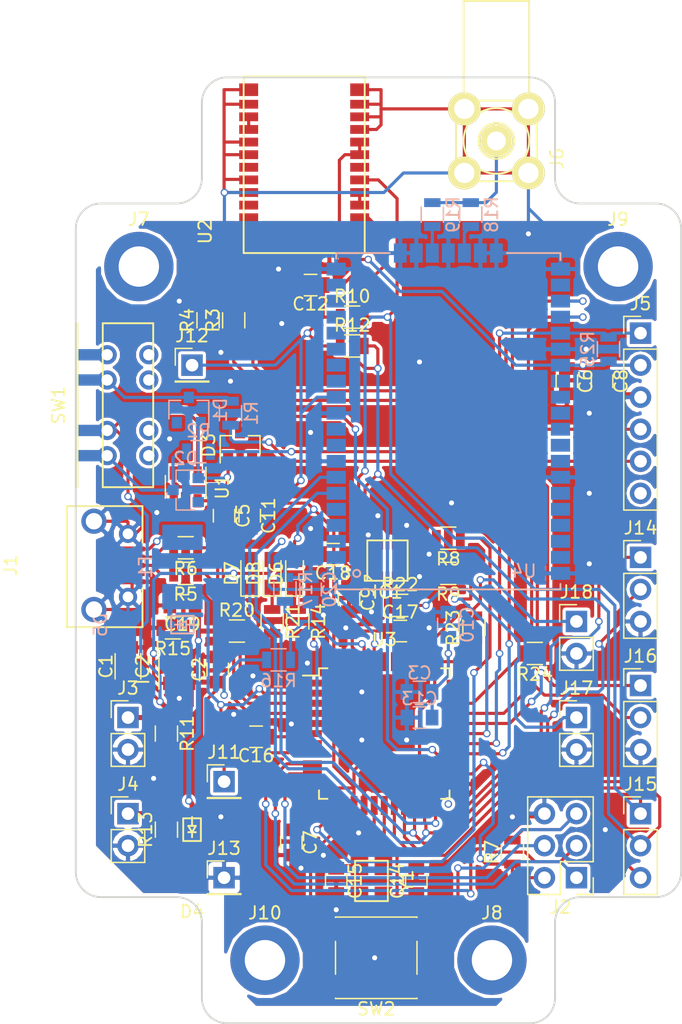
<source format=kicad_pcb>
(kicad_pcb (version 4) (host pcbnew 4.0.7-e2-6376~58~ubuntu16.04.1)
  (layers (0 F.Cu signal) (31 B.Cu signal) (34 B.Paste user) (35 F.Paste user) (36 B.SilkS user) (37 F.SilkS user) (38 B.Mask user hide) (39 F.Mask user) (44 Edge.Cuts user))
  (net 0 "")
  (net 1 +BATT)
  (net 2 GND)
  (net 3 +3V3)
  (net 4 "Net-(C14-Pad1)")
  (net 5 "Net-(C15-Pad1)")
  (net 6 "Net-(C16-Pad1)")
  (net 7 "Net-(C17-Pad1)")
  (net 8 /V_Charger)
  (net 9 /BAT_MEASURE)
  (net 10 /REG_ENABLE)
  (net 11 "Net-(D1-Pad2)")
  (net 12 "Net-(D2-Pad2)")
  (net 13 /MCU__OUT)
  (net 14 /V_Solar)
  (net 15 VBUS)
  (net 16 "Net-(D6-Pad1)")
  (net 17 "Net-(D7-Pad2)")
  (net 18 /charge_status)
  (net 19 "Net-(D8-Pad1)")
  (net 20 "Net-(F1-Pad2)")
  (net 21 "Net-(IC2-Pad5)")
  (net 22 "Net-(J1-Pad2)")
  (net 23 "Net-(J1-Pad3)")
  (net 24 /MISO)
  (net 25 /SCK)
  (net 26 /MOSI)
  (net 27 /RESET)
  (net 28 "Net-(J3-Pad1)")
  (net 29 "Net-(J4-Pad1)")
  (net 30 "Net-(J5-Pad4)")
  (net 31 "Net-(J5-Pad5)")
  (net 32 "Net-(J6-Pad1)")
  (net 33 /UART_AT_TO_RN)
  (net 34 /UART_RN_TO_AT)
  (net 35 /I2C_GPS_SCL)
  (net 36 /I2C_GPS_SDA)
  (net 37 /UART_GPS_OUT)
  (net 38 /UART_GPS_IN)
  (net 39 /IN_0)
  (net 40 /IN_1)
  (net 41 /MCU_PWSEL0_IN)
  (net 42 /MCU_PWSEL11_IN)
  (net 43 "Net-(R3-Pad2)")
  (net 44 "Net-(R4-Pad2)")
  (net 45 /USBD+)
  (net 46 /USBD-)
  (net 47 /ACC_INT2)
  (net 48 /ACC_INT1)
  (net 49 /LED_OUT)
  (net 50 "Net-(R18-Pad1)")
  (net 51 "Net-(R19-Pad1)")
  (net 52 "Net-(SW1-Pad1)")
  (net 53 "Net-(U2-Pad4)")
  (net 54 "Net-(U2-Pad16)")
  (net 55 "Net-(C18-Pad1)")
  (net 56 "Net-(IC1-Pad9)")
  (net 57 "Net-(IC1-Pad11)")
  (net 58 /RN_RESET)
  (net 59 "Net-(R24-Pad2)")
  (module Resistors_SMD:R_0805 (layer F.Cu) (at 112.776 104.902)
    (fp_text reference R20 (at 0 -1.65) (layer F.SilkS))
    (fp_text value 470)
    (pad 1 smd rect (at -0.95 0) (size 0.7 1.3) (layers F.Cu F.Paste F.Mask) (net 8 /V_Charger))
    (pad 2 smd rect (at 0.95 0) (size 0.7 1.3) (layers F.Cu F.Paste F.Mask) (net 17 "Net-(D7-Pad2)"))
  )
  (module gps_node_components:SMA_BOARD_UPRIGHT (layer F.Cu) (at 133.35 66.04 90)
    (fp_text reference J6 (at -1.4 4.8 90) (layer F.SilkS))
    (fp_text value SMA hide)
    (pad 3 thru_hole circle (at 2.54 2.54 90) (size 2.6 2.6) (drill 1.6) (layers *.Cu *.Mask F.SilkS) (net 2 GND))
    (pad 4 thru_hole circle (at 2.54 -2.54 90) (size 2.6 2.6) (drill 1.6) (layers *.Cu *.Mask F.SilkS) (net 2 GND))
    (pad 5 thru_hole circle (at -2.54 -2.54 90) (size 2.6 2.6) (drill 1.6) (layers *.Cu *.Mask F.SilkS) (net 2 GND))
    (pad 2 thru_hole circle (at -2.54 2.54 90) (size 2.6 2.6) (drill 1.6) (layers *.Cu *.Mask F.SilkS) (net 2 GND))
    (pad 1 thru_hole circle (at 0 0 90) (size 2.6 2.6) (drill 1.5) (layers *.Cu *.Mask F.SilkS) (net 32 "Net-(J6-Pad1)"))
  )
  (module Capacitors_SMD:C_1206 (layer F.Cu) (at 104.14 107.696 90)
    (fp_text reference C1 (at 0 -1.75 90) (layer F.SilkS))
    (fp_text value 10uF)
    (pad 1 smd rect (at -1.5 0 90) (size 1 1.6) (layers F.Cu F.Paste F.Mask) (net 1 +BATT))
    (pad 2 smd rect (at 1.5 0 90) (size 1 1.6) (layers F.Cu F.Paste F.Mask) (net 2 GND))
  )
  (module Capacitors_SMD:C_0805 (layer F.Cu) (at 111.252 107.95 90)
    (fp_text reference C2 (at 0 -1.5 90) (layer F.SilkS))
    (fp_text value 100nF)
    (pad 1 smd rect (at -1 0 90) (size 1 1.25) (layers F.Cu F.Paste F.Mask) (net 1 +BATT))
    (pad 2 smd rect (at 1 0 90) (size 1 1.25) (layers F.Cu F.Paste F.Mask) (net 2 GND))
  )
  (module Capacitors_SMD:C_0805 (layer B.Cu) (at 127.254 109.728 180)
    (fp_text reference C3 (at 0 1.5 180) (layer B.SilkS) (effects (justify mirror)))
    (fp_text value 4.7uF)
    (pad 1 smd rect (at -1 0 180) (size 1 1.25) (layers B.Cu B.Paste B.Mask) (net 3 +3V3))
    (pad 2 smd rect (at 1 0 180) (size 1 1.25) (layers B.Cu B.Paste B.Mask) (net 2 GND))
  )
  (module Capacitors_SMD:C_0805 (layer F.Cu) (at 111.76 95.758 270)
    (fp_text reference C5 (at 0 -1.5 270) (layer F.SilkS))
    (fp_text value 4.7uF)
    (pad 1 smd rect (at -1 0 270) (size 1 1.25) (layers F.Cu F.Paste F.Mask) (net 3 +3V3))
    (pad 2 smd rect (at 1 0 270) (size 1 1.25) (layers F.Cu F.Paste F.Mask) (net 2 GND))
  )
  (module Capacitors_SMD:C_0805 (layer F.Cu) (at 138.938 85.09 270)
    (fp_text reference C6 (at 0 -1.5 270) (layer F.SilkS))
    (fp_text value 4.7uF)
    (pad 1 smd rect (at -1 0 270) (size 1 1.25) (layers F.Cu F.Paste F.Mask) (net 3 +3V3))
    (pad 2 smd rect (at 1 0 270) (size 1 1.25) (layers F.Cu F.Paste F.Mask) (net 2 GND))
  )
  (module Capacitors_SMD:C_0805 (layer F.Cu) (at 117.094 121.666 270)
    (fp_text reference C7 (at 0 -1.5 270) (layer F.SilkS))
    (fp_text value 100nF)
    (pad 1 smd rect (at -1 0 270) (size 1 1.25) (layers F.Cu F.Paste F.Mask) (net 3 +3V3))
    (pad 2 smd rect (at 1 0 270) (size 1 1.25) (layers F.Cu F.Paste F.Mask) (net 2 GND))
  )
  (module Capacitors_SMD:C_0805 (layer F.Cu) (at 141.732 85.09 270)
    (fp_text reference C8 (at 0 -1.5 270) (layer F.SilkS))
    (fp_text value 100nF)
    (pad 1 smd rect (at -1 0 270) (size 1 1.25) (layers F.Cu F.Paste F.Mask) (net 3 +3V3))
    (pad 2 smd rect (at 1 0 270) (size 1 1.25) (layers F.Cu F.Paste F.Mask) (net 2 GND))
  )
  (module Capacitors_SMD:C_0805 (layer F.Cu) (at 121.666 102.362 270)
    (fp_text reference C9 (at 0 -1.5 270) (layer F.SilkS))
    (fp_text value 100nF)
    (pad 1 smd rect (at -1 0 270) (size 1 1.25) (layers F.Cu F.Paste F.Mask) (net 3 +3V3))
    (pad 2 smd rect (at 1 0 270) (size 1 1.25) (layers F.Cu F.Paste F.Mask) (net 2 GND))
  )
  (module Capacitors_SMD:C_0805 (layer B.Cu) (at 129.54 104.394 90)
    (fp_text reference C10 (at 0 1.5 90) (layer B.SilkS) (effects (justify mirror)))
    (fp_text value 100nF)
    (pad 1 smd rect (at -1 0 90) (size 1 1.25) (layers B.Cu B.Paste B.Mask) (net 3 +3V3))
    (pad 2 smd rect (at 1 0 90) (size 1 1.25) (layers B.Cu B.Paste B.Mask) (net 2 GND))
  )
  (module Capacitors_SMD:C_0805 (layer F.Cu) (at 113.792 95.758 270)
    (fp_text reference C11 (at 0 -1.5 270) (layer F.SilkS))
    (fp_text value 100nF)
    (pad 1 smd rect (at -1 0 270) (size 1 1.25) (layers F.Cu F.Paste F.Mask) (net 3 +3V3))
    (pad 2 smd rect (at 1 0 270) (size 1 1.25) (layers F.Cu F.Paste F.Mask) (net 2 GND))
  )
  (module Capacitors_SMD:C_0805 (layer F.Cu) (at 118.618 77.47 180)
    (fp_text reference C12 (at 0 -1.5 180) (layer F.SilkS))
    (fp_text value 100nF)
    (pad 1 smd rect (at -1 0 180) (size 1 1.25) (layers F.Cu F.Paste F.Mask) (net 3 +3V3))
    (pad 2 smd rect (at 1 0 180) (size 1 1.25) (layers F.Cu F.Paste F.Mask) (net 2 GND))
  )
  (module Capacitors_SMD:C_0805 (layer B.Cu) (at 127.254 111.76 180)
    (fp_text reference C13 (at 0 1.5 180) (layer B.SilkS) (effects (justify mirror)))
    (fp_text value 100nF)
    (pad 1 smd rect (at -1 0 180) (size 1 1.25) (layers B.Cu B.Paste B.Mask) (net 3 +3V3))
    (pad 2 smd rect (at 1 0 180) (size 1 1.25) (layers B.Cu B.Paste B.Mask) (net 2 GND))
  )
  (module Capacitors_SMD:C_0805 (layer F.Cu) (at 127 124.714 90)
    (fp_text reference C14 (at 0 -1.5 90) (layer F.SilkS))
    (fp_text value 22pF)
    (pad 1 smd rect (at -1 0 90) (size 1 1.25) (layers F.Cu F.Paste F.Mask) (net 4 "Net-(C14-Pad1)"))
    (pad 2 smd rect (at 1 0 90) (size 1 1.25) (layers F.Cu F.Paste F.Mask) (net 2 GND))
  )
  (module Capacitors_SMD:C_0805 (layer F.Cu) (at 120.65 124.714 270)
    (fp_text reference C15 (at 0 -1.5 270) (layer F.SilkS))
    (fp_text value 22pF)
    (pad 1 smd rect (at -1 0 270) (size 1 1.25) (layers F.Cu F.Paste F.Mask) (net 5 "Net-(C15-Pad1)"))
    (pad 2 smd rect (at 1 0 270) (size 1 1.25) (layers F.Cu F.Paste F.Mask) (net 2 GND))
  )
  (module Capacitors_SMD:C_0805 (layer F.Cu) (at 114.3 113.284 180)
    (fp_text reference C16 (at 0 -1.5 180) (layer F.SilkS))
    (fp_text value 1uF)
    (pad 1 smd rect (at -1 0 180) (size 1 1.25) (layers F.Cu F.Paste F.Mask) (net 6 "Net-(C16-Pad1)"))
    (pad 2 smd rect (at 1 0 180) (size 1 1.25) (layers F.Cu F.Paste F.Mask) (net 2 GND))
  )
  (module Capacitors_SMD:C_0805 (layer F.Cu) (at 125.73 104.902)
    (fp_text reference C17 (at 0 -1.5) (layer F.SilkS))
    (fp_text value 100nF)
    (pad 1 smd rect (at -1 0) (size 1 1.25) (layers F.Cu F.Paste F.Mask) (net 7 "Net-(C17-Pad1)"))
    (pad 2 smd rect (at 1 0) (size 1 1.25) (layers F.Cu F.Paste F.Mask) (net 2 GND))
  )
  (module Capacitors_SMD:C_0805 (layer F.Cu) (at 120.396 98.806 180)
    (fp_text reference C18 (at 0 -1.5 180) (layer F.SilkS))
    (fp_text value 100nF)
    (pad 1 smd rect (at -1 0 180) (size 1 1.25) (layers F.Cu F.Paste F.Mask) (net 55 "Net-(C18-Pad1)"))
    (pad 2 smd rect (at 1 0 180) (size 1 1.25) (layers F.Cu F.Paste F.Mask) (net 2 GND))
  )
  (module Capacitors_SMD:C_0805 (layer F.Cu) (at 108.458 102.87 180)
    (fp_text reference C19 (at 0 -1.5 180) (layer F.SilkS))
    (fp_text value 4.7uF)
    (pad 1 smd rect (at -1 0 180) (size 1 1.25) (layers F.Cu F.Paste F.Mask) (net 8 /V_Charger))
    (pad 2 smd rect (at 1 0 180) (size 1 1.25) (layers F.Cu F.Paste F.Mask) (net 2 GND))
  )
  (module Capacitors_SMD:C_0805 (layer B.Cu) (at 118.618 101.6 90)
    (fp_text reference C20 (at 0 1.5 90) (layer B.SilkS) (effects (justify mirror)))
    (fp_text value 100nF)
    (pad 1 smd rect (at -1 0 90) (size 1 1.25) (layers B.Cu B.Paste B.Mask) (net 9 /BAT_MEASURE))
    (pad 2 smd rect (at 1 0 90) (size 1 1.25) (layers B.Cu B.Paste B.Mask) (net 2 GND))
  )
  (module gps_node_components:BAS70 (layer B.Cu) (at 108.966 87.376 90)
    (fp_text reference D1 (at 0 2.5 90) (layer B.SilkS) (effects (justify mirror)))
    (fp_text value D_Small)
    (pad 1 smd rect (at -1 0.95 90) (size 0.9 0.8) (layers B.Cu B.Paste B.Mask) (net 10 /REG_ENABLE))
    (pad "" smd rect (at -1 -0.95 90) (size 0.9 0.8) (layers B.Cu B.Paste B.Mask))
    (pad 2 smd rect (at 1 0 90) (size 0.9 0.8) (layers B.Cu B.Paste B.Mask) (net 11 "Net-(D1-Pad2)"))
  )
  (module gps_node_components:BAS70 (layer B.Cu) (at 108.712 93.726 180)
    (fp_text reference D2 (at 0 2.5 180) (layer B.SilkS) (effects (justify mirror)))
    (fp_text value D_Small)
    (pad 1 smd rect (at -1 0.95 180) (size 0.9 0.8) (layers B.Cu B.Paste B.Mask) (net 10 /REG_ENABLE))
    (pad "" smd rect (at -1 -0.95 180) (size 0.9 0.8) (layers B.Cu B.Paste B.Mask))
    (pad 2 smd rect (at 1 0 180) (size 0.9 0.8) (layers B.Cu B.Paste B.Mask) (net 12 "Net-(D2-Pad2)"))
  )
  (module gps_node_components:BAS70 (layer F.Cu) (at 113.03 90.17 90)
    (fp_text reference D3 (at 0 -2.5 90) (layer F.SilkS))
    (fp_text value D_Small)
    (pad 1 smd rect (at -1 -0.95 90) (size 0.9 0.8) (layers F.Cu F.Paste F.Mask) (net 10 /REG_ENABLE))
    (pad "" smd rect (at -1 0.95 90) (size 0.9 0.8) (layers F.Cu F.Paste F.Mask))
    (pad 2 smd rect (at 1 0 90) (size 0.9 0.8) (layers F.Cu F.Paste F.Mask) (net 13 /MCU__OUT))
  )
  (module gps_node_components:DB2J411 (layer F.Cu) (at 109.22 120.65)
    (fp_text reference D4 (at 0 6.5) (layer F.SilkS))
    (fp_text value D_Small)
    (pad 1 smd rect (at 0 -1) (size 0.7 0.8) (layers F.Cu F.Paste F.Mask) (net 8 /V_Charger))
    (pad 2 smd rect (at 0 1) (size 0.5 0.8) (layers F.Cu F.Paste F.Mask) (net 14 /V_Solar))
  )
  (module gps_node_components:DB2J411 (layer B.Cu) (at 108.458 104.394 90)
    (fp_text reference D5 (at 0 -6.5 90) (layer B.SilkS) (effects (justify mirror)))
    (fp_text value D_Small)
    (pad 1 smd rect (at 0 1 90) (size 0.7 0.8) (layers B.Cu B.Paste B.Mask) (net 8 /V_Charger))
    (pad 2 smd rect (at 0 -1 90) (size 0.5 0.8) (layers B.Cu B.Paste B.Mask) (net 15 VBUS))
  )
  (module LEDs:LED_0805 (layer F.Cu) (at 117.348 100.33 90)
    (fp_text reference D6 (at 0 -1.45 90) (layer F.SilkS))
    (fp_text value LED_Small_ALT)
    (pad 2 smd rect (at 1.1 0 270) (size 1.2 1.2) (layers F.Cu F.Paste F.Mask) (net 3 +3V3))
    (pad 1 smd rect (at -1.1 0 270) (size 1.2 1.2) (layers F.Cu F.Paste F.Mask) (net 16 "Net-(D6-Pad1)"))
  )
  (module LEDs:LED_0805 (layer F.Cu) (at 113.792 100.33 90)
    (fp_text reference D7 (at 0 -1.45 90) (layer F.SilkS))
    (fp_text value LED)
    (pad 2 smd rect (at 1.1 0 270) (size 1.2 1.2) (layers F.Cu F.Paste F.Mask) (net 17 "Net-(D7-Pad2)"))
    (pad 1 smd rect (at -1.1 0 270) (size 1.2 1.2) (layers F.Cu F.Paste F.Mask) (net 18 /charge_status))
  )
  (module LEDs:LED_0805 (layer F.Cu) (at 115.57 100.33 90)
    (fp_text reference D8 (at 0 -1.45 90) (layer F.SilkS))
    (fp_text value LED)
    (pad 2 smd rect (at 1.1 0 270) (size 1.2 1.2) (layers F.Cu F.Paste F.Mask) (net 18 /charge_status))
    (pad 1 smd rect (at -1.1 0 270) (size 1.2 1.2) (layers F.Cu F.Paste F.Mask) (net 19 "Net-(D8-Pad1)"))
  )
  (module "gps_node_components:bourns polyfuse" (layer B.Cu) (at 108.458 99.822 90)
    (fp_text reference F1 (at 0 -2.921 90) (layer B.SilkS) (effects (justify mirror)))
    (fp_text value Polyfuse)
    (pad 1 smd rect (at -2.35 0 90) (size 2 3.2) (layers B.Cu B.Paste B.Mask) (net 15 VBUS))
    (pad 2 smd rect (at 2.35 0 90) (size 2 3.2) (layers B.Cu B.Paste B.Mask) (net 20 "Net-(F1-Pad2)"))
  )
  (module TO_SOT_Packages_SMD:SOT-23-5 (layer F.Cu) (at 108.204 107.95 90)
    (fp_text reference IC2 (at 0 -2.9 90) (layer F.SilkS))
    (fp_text value MCP73831/2)
    (pad 1 smd rect (at -1.1 -0.95 90) (size 1.06 0.65) (layers F.Cu F.Paste F.Mask) (net 18 /charge_status))
    (pad 2 smd rect (at -1.1 0 90) (size 1.06 0.65) (layers F.Cu F.Paste F.Mask) (net 2 GND))
    (pad 3 smd rect (at -1.1 0.95 90) (size 1.06 0.65) (layers F.Cu F.Paste F.Mask) (net 1 +BATT))
    (pad 4 smd rect (at 1.1 0.95 90) (size 1.06 0.65) (layers F.Cu F.Paste F.Mask) (net 8 /V_Charger))
    (pad 5 smd rect (at 1.1 -0.95 90) (size 1.06 0.65) (layers F.Cu F.Paste F.Mask) (net 21 "Net-(IC2-Pad5)"))
  )
  (module gps_node_components:Molex_Microusb (layer F.Cu) (at 104.14 99.695 270)
    (fp_text reference J1 (at 0 9.3 270) (layer F.SilkS))
    (fp_text value USB_OTG)
    (pad 1 smd rect (at -1.3 -0.325 270) (size 0.4 2) (layers F.Cu F.Paste F.Mask) (net 20 "Net-(F1-Pad2)"))
    (pad 2 smd rect (at -0.65 -0.325 270) (size 0.4 2) (layers F.Cu F.Paste F.Mask) (net 22 "Net-(J1-Pad2)"))
    (pad 3 smd rect (at 0 -0.325 270) (size 0.4 2) (layers F.Cu F.Paste F.Mask) (net 23 "Net-(J1-Pad3)"))
    (pad 4 smd rect (at 0.65 -0.325 270) (size 0.4 2) (layers F.Cu F.Paste F.Mask))
    (pad 5 smd rect (at 1.3 -0.325 270) (size 0.4 2) (layers F.Cu F.Paste F.Mask) (net 2 GND))
    (pad 6 thru_hole circle (at -2.5 0 270) (size 1.45 1.45) (drill 0.85) (layers *.Cu *.Mask) (net 2 GND))
    (pad 6 thru_hole circle (at 2.5 0 270) (size 1.45 1.45) (drill 0.85) (layers *.Cu *.Mask) (net 2 GND))
    (pad 6 thru_hole circle (at -3.5 2.7 270) (size 2 2) (drill 1.3) (layers *.Cu *.Mask) (net 2 GND))
    (pad 6 thru_hole circle (at 3.5 2.7 270) (size 2 2) (drill 1.3) (layers *.Cu *.Mask) (net 2 GND))
  )
  (module Pin_Headers:Pin_Header_Straight_2x03_Pitch2.54mm (layer F.Cu) (at 139.7 124.46 180)
    (fp_text reference J2 (at 1.27 -2.33 180) (layer F.SilkS))
    (fp_text value "AVR ICSP")
    (pad 1 thru_hole rect (at 0 0 180) (size 1.7 1.7) (drill 1) (layers *.Cu *.Mask) (net 24 /MISO))
    (pad 2 thru_hole oval (at 2.54 0 180) (size 1.7 1.7) (drill 1) (layers *.Cu *.Mask) (net 3 +3V3))
    (pad 3 thru_hole oval (at 0 2.54 180) (size 1.7 1.7) (drill 1) (layers *.Cu *.Mask) (net 25 /SCK))
    (pad 4 thru_hole oval (at 2.54 2.54 180) (size 1.7 1.7) (drill 1) (layers *.Cu *.Mask) (net 26 /MOSI))
    (pad 5 thru_hole oval (at 0 5.08 180) (size 1.7 1.7) (drill 1) (layers *.Cu *.Mask) (net 27 /RESET))
    (pad 6 thru_hole oval (at 2.54 5.08 180) (size 1.7 1.7) (drill 1) (layers *.Cu *.Mask) (net 2 GND))
  )
  (module Pin_Headers:Pin_Header_Straight_1x02_Pitch2.54mm (layer F.Cu) (at 104.14 111.76)
    (fp_text reference J3 (at 0 -2.33) (layer F.SilkS))
    (fp_text value LIPO_BAT)
    (pad 1 thru_hole rect (at 0 0) (size 1.7 1.7) (drill 1) (layers *.Cu *.Mask) (net 28 "Net-(J3-Pad1)"))
    (pad 2 thru_hole oval (at 0 2.54) (size 1.7 1.7) (drill 1) (layers *.Cu *.Mask) (net 2 GND))
  )
  (module Pin_Headers:Pin_Header_Straight_1x02_Pitch2.54mm (layer F.Cu) (at 104.14 119.38)
    (fp_text reference J4 (at 0 -2.33) (layer F.SilkS))
    (fp_text value SOLAR)
    (pad 1 thru_hole rect (at 0 0) (size 1.7 1.7) (drill 1) (layers *.Cu *.Mask) (net 29 "Net-(J4-Pad1)"))
    (pad 2 thru_hole oval (at 0 2.54) (size 1.7 1.7) (drill 1) (layers *.Cu *.Mask) (net 2 GND))
  )
  (module Pin_Headers:Pin_Header_Straight_1x06_Pitch2.54mm (layer F.Cu) (at 144.78 81.28)
    (fp_text reference J5 (at 0 -2.33) (layer F.SilkS))
    (fp_text value FW_UPDATE)
    (pad 1 thru_hole rect (at 0 0) (size 1.7 1.7) (drill 1) (layers *.Cu *.Mask) (net 58 /RN_RESET))
    (pad 2 thru_hole oval (at 0 2.54) (size 1.7 1.7) (drill 1) (layers *.Cu *.Mask) (net 3 +3V3))
    (pad 3 thru_hole oval (at 0 5.08) (size 1.7 1.7) (drill 1) (layers *.Cu *.Mask) (net 2 GND))
    (pad 4 thru_hole oval (at 0 7.62) (size 1.7 1.7) (drill 1) (layers *.Cu *.Mask) (net 30 "Net-(J5-Pad4)"))
    (pad 5 thru_hole oval (at 0 10.16) (size 1.7 1.7) (drill 1) (layers *.Cu *.Mask) (net 31 "Net-(J5-Pad5)"))
    (pad 6 thru_hole oval (at 0 12.7) (size 1.7 1.7) (drill 1) (layers *.Cu *.Mask))
  )
  (module Mounting_Holes:MountingHole_3.2mm_M3_ISO14580_Pad (layer F.Cu) (at 105 76)
    (fp_text reference J7 (at 0 -3.75) (layer F.SilkS))
    (fp_text value "Mounting Hole")
    (pad 1 thru_hole circle (at 0 0) (size 5.5 5.5) (drill 3.2) (layers *.Cu *.Mask))
  )
  (module Mounting_Holes:MountingHole_3.2mm_M3_ISO14580_Pad (layer F.Cu) (at 133 131)
    (fp_text reference J8 (at 0 -3.75) (layer F.SilkS))
    (fp_text value "Mounting Hole")
    (pad 1 thru_hole circle (at 0 0) (size 5.5 5.5) (drill 3.2) (layers *.Cu *.Mask))
  )
  (module Mounting_Holes:MountingHole_3.2mm_M3_ISO14580_Pad (layer F.Cu) (at 143 76)
    (fp_text reference J9 (at 0 -3.75) (layer F.SilkS))
    (fp_text value "Mounting Hole")
    (pad 1 thru_hole circle (at 0 0) (size 5.5 5.5) (drill 3.2) (layers *.Cu *.Mask))
  )
  (module Mounting_Holes:MountingHole_3.2mm_M3_ISO14580_Pad (layer F.Cu) (at 115 131)
    (fp_text reference J10 (at 0 -3.75) (layer F.SilkS))
    (fp_text value "Mounting Hole")
    (pad 1 thru_hole circle (at 0 0) (size 5.5 5.5) (drill 3.2) (layers *.Cu *.Mask))
  )
  (module Socket_Strips:Socket_Strip_Straight_1x01_Pitch2.54mm (layer F.Cu) (at 111.76 116.84)
    (fp_text reference J11 (at 0 -2.33) (layer F.SilkS))
    (fp_text value "TEST Vbatt")
    (pad 1 thru_hole rect (at 0 0) (size 1.7 1.7) (drill 1) (layers *.Cu *.Mask) (net 1 +BATT))
  )
  (module Socket_Strips:Socket_Strip_Straight_1x01_Pitch2.54mm (layer F.Cu) (at 109.22 83.82)
    (fp_text reference J12 (at 0 -2.33) (layer F.SilkS))
    (fp_text value "Test 3.3v")
    (pad 1 thru_hole rect (at 0 0) (size 1.7 1.7) (drill 1) (layers *.Cu *.Mask) (net 3 +3V3))
  )
  (module Socket_Strips:Socket_Strip_Straight_1x01_Pitch2.54mm (layer F.Cu) (at 111.76 124.46)
    (fp_text reference J13 (at 0 -2.33) (layer F.SilkS))
    (fp_text value "Test Gnd")
    (pad 1 thru_hole rect (at 0 0) (size 1.7 1.7) (drill 1) (layers *.Cu *.Mask) (net 2 GND))
  )
  (module Pin_Headers:Pin_Header_Straight_1x03_Pitch2.54mm (layer F.Cu) (at 144.78 99.06)
    (fp_text reference J14 (at 0 -2.33) (layer F.SilkS))
    (fp_text value "UART RF")
    (pad 1 thru_hole rect (at 0 0) (size 1.7 1.7) (drill 1) (layers *.Cu *.Mask) (net 33 /UART_AT_TO_RN))
    (pad 2 thru_hole oval (at 0 2.54) (size 1.7 1.7) (drill 1) (layers *.Cu *.Mask) (net 34 /UART_RN_TO_AT))
    (pad 3 thru_hole oval (at 0 5.08) (size 1.7 1.7) (drill 1) (layers *.Cu *.Mask) (net 2 GND))
  )
  (module Pin_Headers:Pin_Header_Straight_1x03_Pitch2.54mm (layer F.Cu) (at 144.78 119.38)
    (fp_text reference J15 (at 0 -2.33) (layer F.SilkS))
    (fp_text value "I2C GPS")
    (pad 1 thru_hole rect (at 0 0) (size 1.7 1.7) (drill 1) (layers *.Cu *.Mask) (net 35 /I2C_GPS_SCL))
    (pad 2 thru_hole oval (at 0 2.54) (size 1.7 1.7) (drill 1) (layers *.Cu *.Mask) (net 36 /I2C_GPS_SDA))
    (pad 3 thru_hole oval (at 0 5.08) (size 1.7 1.7) (drill 1) (layers *.Cu *.Mask) (net 2 GND))
  )
  (module Pin_Headers:Pin_Header_Straight_1x03_Pitch2.54mm (layer F.Cu) (at 144.78 109.22)
    (fp_text reference J16 (at 0 -2.33) (layer F.SilkS))
    (fp_text value "UART GPS")
    (pad 1 thru_hole rect (at 0 0) (size 1.7 1.7) (drill 1) (layers *.Cu *.Mask) (net 37 /UART_GPS_OUT))
    (pad 2 thru_hole oval (at 0 2.54) (size 1.7 1.7) (drill 1) (layers *.Cu *.Mask) (net 38 /UART_GPS_IN))
    (pad 3 thru_hole oval (at 0 5.08) (size 1.7 1.7) (drill 1) (layers *.Cu *.Mask) (net 2 GND))
  )
  (module Pin_Headers:Pin_Header_Straight_1x02_Pitch2.54mm (layer F.Cu) (at 139.7 111.76)
    (fp_text reference J17 (at 0 -2.33) (layer F.SilkS))
    (fp_text value GPIO_0)
    (pad 1 thru_hole rect (at 0 0) (size 1.7 1.7) (drill 1) (layers *.Cu *.Mask) (net 39 /IN_0))
    (pad 2 thru_hole oval (at 0 2.54) (size 1.7 1.7) (drill 1) (layers *.Cu *.Mask) (net 2 GND))
  )
  (module Pin_Headers:Pin_Header_Straight_1x02_Pitch2.54mm (layer F.Cu) (at 139.7 104.14)
    (fp_text reference J18 (at 0 -2.33) (layer F.SilkS))
    (fp_text value GPIO_1)
    (pad 1 thru_hole rect (at 0 0) (size 1.7 1.7) (drill 1) (layers *.Cu *.Mask) (net 40 /IN_1))
    (pad 2 thru_hole oval (at 0 2.54) (size 1.7 1.7) (drill 1) (layers *.Cu *.Mask) (net 2 GND))
  )
  (module Resistors_SMD:R_0805 (layer B.Cu) (at 112.268 87.63 90)
    (fp_text reference R1 (at 0 1.65 90) (layer B.SilkS) (effects (justify mirror)))
    (fp_text value 4.7k)
    (pad 1 smd rect (at -0.95 0 90) (size 0.7 1.3) (layers B.Cu B.Paste B.Mask) (net 41 /MCU_PWSEL0_IN))
    (pad 2 smd rect (at 0.95 0 90) (size 0.7 1.3) (layers B.Cu B.Paste B.Mask) (net 11 "Net-(D1-Pad2)"))
  )
  (module Resistors_SMD:R_0805 (layer B.Cu) (at 109.728 90.678 180)
    (fp_text reference R2 (at 0 1.65 180) (layer B.SilkS) (effects (justify mirror)))
    (fp_text value 4.7k)
    (pad 1 smd rect (at -0.95 0 180) (size 0.7 1.3) (layers B.Cu B.Paste B.Mask) (net 42 /MCU_PWSEL11_IN))
    (pad 2 smd rect (at 0.95 0 180) (size 0.7 1.3) (layers B.Cu B.Paste B.Mask) (net 12 "Net-(D2-Pad2)"))
  )
  (module Resistors_SMD:R_0805 (layer F.Cu) (at 112.522 80.264 90)
    (fp_text reference R3 (at 0 -1.65 90) (layer F.SilkS))
    (fp_text value 220)
    (pad 1 smd rect (at -0.95 0 90) (size 0.7 1.3) (layers F.Cu F.Paste F.Mask) (net 38 /UART_GPS_IN))
    (pad 2 smd rect (at 0.95 0 90) (size 0.7 1.3) (layers F.Cu F.Paste F.Mask) (net 43 "Net-(R3-Pad2)"))
  )
  (module Resistors_SMD:R_0805 (layer F.Cu) (at 110.49 80.264 90)
    (fp_text reference R4 (at 0 -1.65 90) (layer F.SilkS))
    (fp_text value 220)
    (pad 1 smd rect (at -0.95 0 90) (size 0.7 1.3) (layers F.Cu F.Paste F.Mask) (net 37 /UART_GPS_OUT))
    (pad 2 smd rect (at 0.95 0 90) (size 0.7 1.3) (layers F.Cu F.Paste F.Mask) (net 44 "Net-(R4-Pad2)"))
  )
  (module Resistors_SMD:R_0805 (layer F.Cu) (at 108.712 100.33 180)
    (fp_text reference R5 (at 0 -1.65 180) (layer F.SilkS))
    (fp_text value 22)
    (pad 1 smd rect (at -0.95 0 180) (size 0.7 1.3) (layers F.Cu F.Paste F.Mask) (net 45 /USBD+))
    (pad 2 smd rect (at 0.95 0 180) (size 0.7 1.3) (layers F.Cu F.Paste F.Mask) (net 23 "Net-(J1-Pad3)"))
  )
  (module Resistors_SMD:R_0805 (layer F.Cu) (at 108.712 98.298 180)
    (fp_text reference R6 (at 0 -1.65 180) (layer F.SilkS))
    (fp_text value 22)
    (pad 1 smd rect (at -0.95 0 180) (size 0.7 1.3) (layers F.Cu F.Paste F.Mask) (net 46 /USBD-))
    (pad 2 smd rect (at 0.95 0 180) (size 0.7 1.3) (layers F.Cu F.Paste F.Mask) (net 22 "Net-(J1-Pad2)"))
  )
  (module Resistors_SMD:R_0805 (layer F.Cu) (at 134.62 122.428 90)
    (fp_text reference R7 (at 0 -1.65 90) (layer F.SilkS))
    (fp_text value 4.7k)
    (pad 1 smd rect (at -0.95 0 90) (size 0.7 1.3) (layers F.Cu F.Paste F.Mask) (net 3 +3V3))
    (pad 2 smd rect (at 0.95 0 90) (size 0.7 1.3) (layers F.Cu F.Paste F.Mask) (net 27 /RESET))
  )
  (module Resistors_SMD:R_0805 (layer F.Cu) (at 129.54 97.536 180)
    (fp_text reference R8 (at 0 -1.65 180) (layer F.SilkS))
    (fp_text value 22)
    (pad 1 smd rect (at -0.95 0 180) (size 0.7 1.3) (layers F.Cu F.Paste F.Mask) (net 47 /ACC_INT2))
    (pad 2 smd rect (at 0.95 0 180) (size 0.7 1.3) (layers F.Cu F.Paste F.Mask) (net 56 "Net-(IC1-Pad9)"))
  )
  (module Resistors_SMD:R_0805 (layer F.Cu) (at 129.54 100.33 180)
    (fp_text reference R9 (at 0 -1.65 180) (layer F.SilkS))
    (fp_text value 22)
    (pad 1 smd rect (at -0.95 0 180) (size 0.7 1.3) (layers F.Cu F.Paste F.Mask) (net 48 /ACC_INT1))
    (pad 2 smd rect (at 0.95 0 180) (size 0.7 1.3) (layers F.Cu F.Paste F.Mask) (net 57 "Net-(IC1-Pad11)"))
  )
  (module Resistors_SMD:R_0805 (layer F.Cu) (at 121.92 80.01)
    (fp_text reference R10 (at 0 -1.65) (layer F.SilkS))
    (fp_text value 4.7k)
    (pad 1 smd rect (at -0.95 0) (size 0.7 1.3) (layers F.Cu F.Paste F.Mask) (net 3 +3V3))
    (pad 2 smd rect (at 0.95 0) (size 0.7 1.3) (layers F.Cu F.Paste F.Mask) (net 35 /I2C_GPS_SCL))
  )
  (module Resistors_SMD:R_0805 (layer F.Cu) (at 107.188 113.03 270)
    (fp_text reference R11 (at 0 -1.65 270) (layer F.SilkS))
    (fp_text value 0)
    (pad 1 smd rect (at -0.95 0 270) (size 0.7 1.3) (layers F.Cu F.Paste F.Mask) (net 1 +BATT))
    (pad 2 smd rect (at 0.95 0 270) (size 0.7 1.3) (layers F.Cu F.Paste F.Mask) (net 28 "Net-(J3-Pad1)"))
  )
  (module Resistors_SMD:R_0805 (layer F.Cu) (at 121.92 82.296)
    (fp_text reference R12 (at 0 -1.65) (layer F.SilkS))
    (fp_text value 4.7k)
    (pad 1 smd rect (at -0.95 0) (size 0.7 1.3) (layers F.Cu F.Paste F.Mask) (net 3 +3V3))
    (pad 2 smd rect (at 0.95 0) (size 0.7 1.3) (layers F.Cu F.Paste F.Mask) (net 36 /I2C_GPS_SDA))
  )
  (module Resistors_SMD:R_0805 (layer F.Cu) (at 107.188 120.65 90)
    (fp_text reference R13 (at 0 -1.65 90) (layer F.SilkS))
    (fp_text value 0)
    (pad 1 smd rect (at -0.95 0 90) (size 0.7 1.3) (layers F.Cu F.Paste F.Mask) (net 14 /V_Solar))
    (pad 2 smd rect (at 0.95 0 90) (size 0.7 1.3) (layers F.Cu F.Paste F.Mask) (net 29 "Net-(J4-Pad1)"))
  )
  (module Resistors_SMD:R_0805 (layer F.Cu) (at 117.602 104.14 270)
    (fp_text reference R14 (at 0 -1.65 270) (layer F.SilkS))
    (fp_text value 470)
    (pad 1 smd rect (at -0.95 0 270) (size 0.7 1.3) (layers F.Cu F.Paste F.Mask) (net 16 "Net-(D6-Pad1)"))
    (pad 2 smd rect (at 0.95 0 270) (size 0.7 1.3) (layers F.Cu F.Paste F.Mask) (net 49 /LED_OUT))
  )
  (module Resistors_SMD:R_0805 (layer F.Cu) (at 107.696 104.648 180)
    (fp_text reference R15 (at 0 -1.65 180) (layer F.SilkS))
    (fp_text value 2k)
    (pad 1 smd rect (at -0.95 0 180) (size 0.7 1.3) (layers F.Cu F.Paste F.Mask) (net 21 "Net-(IC2-Pad5)"))
    (pad 2 smd rect (at 0.95 0 180) (size 0.7 1.3) (layers F.Cu F.Paste F.Mask) (net 2 GND))
  )
  (module Resistors_SMD:R_0805 (layer B.Cu) (at 116.078 107.188)
    (fp_text reference R16 (at 0 1.65) (layer B.SilkS) (effects (justify mirror)))
    (fp_text value 100k)
    (pad 1 smd rect (at -0.95 0) (size 0.7 1.3) (layers B.Cu B.Paste B.Mask) (net 1 +BATT))
    (pad 2 smd rect (at 0.95 0) (size 0.7 1.3) (layers B.Cu B.Paste B.Mask) (net 9 /BAT_MEASURE))
  )
  (module Resistors_SMD:R_0805 (layer B.Cu) (at 116.586 101.6 90)
    (fp_text reference R17 (at 0 1.65 90) (layer B.SilkS) (effects (justify mirror)))
    (fp_text value 100k)
    (pad 1 smd rect (at -0.95 0 90) (size 0.7 1.3) (layers B.Cu B.Paste B.Mask) (net 9 /BAT_MEASURE))
    (pad 2 smd rect (at 0.95 0 90) (size 0.7 1.3) (layers B.Cu B.Paste B.Mask) (net 2 GND))
  )
  (module Resistors_SMD:R_0805 (layer B.Cu) (at 131.318 71.882 90)
    (fp_text reference R18 (at 0 1.65 90) (layer B.SilkS) (effects (justify mirror)))
    (fp_text value 0)
    (pad 1 smd rect (at -0.95 0 90) (size 0.7 1.3) (layers B.Cu B.Paste B.Mask) (net 50 "Net-(R18-Pad1)"))
    (pad 2 smd rect (at 0.95 0 90) (size 0.7 1.3) (layers B.Cu B.Paste B.Mask) (net 32 "Net-(J6-Pad1)"))
  )
  (module Resistors_SMD:R_0805 (layer B.Cu) (at 128.27 71.882 90)
    (fp_text reference R19 (at 0 1.65 90) (layer B.SilkS) (effects (justify mirror)))
    (fp_text value 0)
    (pad 1 smd rect (at -0.95 0 90) (size 0.7 1.3) (layers B.Cu B.Paste B.Mask) (net 51 "Net-(R19-Pad1)"))
    (pad 2 smd rect (at 0.95 0 90) (size 0.7 1.3) (layers B.Cu B.Paste B.Mask) (net 32 "Net-(J6-Pad1)"))
  )
  (module Resistors_SMD:R_0805 (layer F.Cu) (at 115.57 104.14 270)
    (fp_text reference R21 (at 0 -1.65 270) (layer F.SilkS))
    (fp_text value 470)
    (pad 1 smd rect (at -0.95 0 270) (size 0.7 1.3) (layers F.Cu F.Paste F.Mask) (net 19 "Net-(D8-Pad1)"))
    (pad 2 smd rect (at 0.95 0 270) (size 0.7 1.3) (layers F.Cu F.Paste F.Mask) (net 2 GND))
  )
  (module Resistors_SMD:R_0805 (layer F.Cu) (at 125.73 102.87)
    (fp_text reference R22 (at 0 -1.65) (layer F.SilkS))
    (fp_text value 4.7k)
    (pad 1 smd rect (at -0.95 0) (size 0.7 1.3) (layers F.Cu F.Paste F.Mask) (net 3 +3V3))
    (pad 2 smd rect (at 0.95 0) (size 0.7 1.3) (layers F.Cu F.Paste F.Mask) (net 39 /IN_0))
  )
  (module Resistors_SMD:R_0805 (layer F.Cu) (at 131.572 104.648 90)
    (fp_text reference R23 (at 0 -1.65 90) (layer F.SilkS))
    (fp_text value 4.7k)
    (pad 1 smd rect (at -0.95 0 90) (size 0.7 1.3) (layers F.Cu F.Paste F.Mask) (net 3 +3V3))
    (pad 2 smd rect (at 0.95 0 90) (size 0.7 1.3) (layers F.Cu F.Paste F.Mask) (net 40 /IN_1))
  )
  (module gps_node_components:DP3T_switch (layer F.Cu) (at 104.14 86.995 270)
    (fp_text reference SW1 (at 0 5.5 270) (layer F.SilkS))
    (fp_text value SW_SP3T)
    (pad 1 thru_hole circle (at -4 1.65 270) (size 1.524 1.524) (drill 0.9) (layers *.Cu *.Mask) (net 52 "Net-(SW1-Pad1)"))
    (pad 2 thru_hole circle (at -2 1.65 270) (size 1.524 1.524) (drill 0.9) (layers *.Cu *.Mask) (net 11 "Net-(D1-Pad2)"))
    (pad 3 thru_hole circle (at 2 1.65 270) (size 1.524 1.524) (drill 0.9) (layers *.Cu *.Mask) (net 1 +BATT))
    (pad 4 thru_hole circle (at 4 1.65 270) (size 1.524 1.524) (drill 0.9) (layers *.Cu *.Mask) (net 12 "Net-(D2-Pad2)"))
    (pad 5 thru_hole circle (at -4 -1.65 270) (size 1.524 1.524) (drill 0.9) (layers *.Cu *.Mask))
    (pad 6 thru_hole circle (at -2 -1.65 270) (size 1.524 1.524) (drill 0.9) (layers *.Cu *.Mask))
    (pad 7 thru_hole circle (at 2 -1.65 270) (size 1.524 1.524) (drill 0.9) (layers *.Cu *.Mask))
    (pad 8 thru_hole circle (at 4 -1.65 270) (size 1.524 1.524) (drill 0.9) (layers *.Cu *.Mask))
    (pad 1 smd rect (at -4 3 270) (size 0.9 2) (layers B.Cu F.Paste F.Mask) (net 52 "Net-(SW1-Pad1)"))
    (pad 2 smd rect (at -2 3 270) (size 0.9 2) (layers B.Cu F.Paste F.Mask) (net 11 "Net-(D1-Pad2)"))
    (pad 3 smd rect (at 2 3 270) (size 0.9 2) (layers B.Cu F.Paste F.Mask) (net 1 +BATT))
    (pad 4 smd rect (at 4 3 270) (size 0.9 2) (layers B.Cu F.Paste F.Mask) (net 12 "Net-(D2-Pad2)"))
  )
  (module Buttons_Switches_SMD:SW_SPST_PTS645 (layer F.Cu) (at 123.825 130.81 180)
    (fp_text reference SW2 (at 0 -4.05 180) (layer F.SilkS))
    (fp_text value RESET)
    (pad 2 smd rect (at -3.98 2.25 180) (size 1.55 1.3) (layers F.Cu F.Paste F.Mask) (net 27 /RESET))
    (pad 1 smd rect (at -3.98 -2.25 180) (size 1.55 1.3) (layers F.Cu F.Paste F.Mask) (net 2 GND))
    (pad 1 smd rect (at 3.98 -2.25 180) (size 1.55 1.3) (layers F.Cu F.Paste F.Mask) (net 2 GND))
    (pad 2 smd rect (at 3.98 2.25 180) (size 1.55 1.3) (layers F.Cu F.Paste F.Mask) (net 27 /RESET))
  )
  (module TO_SOT_Packages_SMD:SOT-23-5 (layer F.Cu) (at 108.712 93.472 270)
    (fp_text reference U1 (at 0 -2.9 270) (layer F.SilkS))
    (fp_text value TLV71333PDBV)
    (pad 1 smd rect (at -1.1 -0.95 270) (size 1.06 0.65) (layers F.Cu F.Paste F.Mask) (net 1 +BATT))
    (pad 2 smd rect (at -1.1 0 270) (size 1.06 0.65) (layers F.Cu F.Paste F.Mask) (net 2 GND))
    (pad 3 smd rect (at -1.1 0.95 270) (size 1.06 0.65) (layers F.Cu F.Paste F.Mask) (net 10 /REG_ENABLE))
    (pad 4 smd rect (at 1.1 0.95 270) (size 1.06 0.65) (layers F.Cu F.Paste F.Mask))
    (pad 5 smd rect (at 1.1 -0.95 270) (size 1.06 0.65) (layers F.Cu F.Paste F.Mask) (net 3 +3V3))
  )
  (module drawn_by_jpmeijers:ublox-cam-m8q-0 (layer F.Cu) (at 118.11 74.93 90)
    (fp_text reference U2 (at 1.7 -7.85 90) (layer F.SilkS))
    (fp_text value ublox-cam-m8q-0)
    (pad 1 smd rect (at 0.8 4.4 90) (size 0.7 1.5) (layers F.Cu F.Paste F.Mask) (net 3 +3V3))
    (pad 2 smd rect (at 1.8 4.4 90) (size 0.7 1.5) (layers F.Cu F.Paste F.Mask))
    (pad 3 smd rect (at 2.8 4.4 90) (size 0.7 1.5) (layers F.Cu F.Paste F.Mask) (net 36 /I2C_GPS_SDA))
    (pad 4 smd rect (at 3.8 4.4 90) (size 0.7 1.5) (layers F.Cu F.Paste F.Mask) (net 53 "Net-(U2-Pad4)"))
    (pad 5 smd rect (at 4.8 4.4 90) (size 0.7 1.5) (layers F.Cu F.Paste F.Mask) (net 53 "Net-(U2-Pad4)"))
    (pad 6 smd rect (at 5.8 4.4 90) (size 0.7 1.5) (layers F.Cu F.Paste F.Mask) (net 35 /I2C_GPS_SCL))
    (pad 7 smd rect (at 6.8 4.4 90) (size 0.7 1.5) (layers F.Cu F.Paste F.Mask))
    (pad 8 smd rect (at 7.8 4.4 90) (size 0.7 1.5) (layers F.Cu F.Paste F.Mask) (net 3 +3V3))
    (pad 9 smd rect (at 8.8 4.4 90) (size 0.7 1.5) (layers F.Cu F.Paste F.Mask) (net 3 +3V3))
    (pad 10 smd rect (at 9.8 4.4 90) (size 0.7 1.5) (layers F.Cu F.Paste F.Mask) (net 2 GND))
    (pad 11 smd rect (at 10.8 4.4 90) (size 0.7 1.5) (layers F.Cu F.Paste F.Mask) (net 2 GND))
    (pad 12 smd rect (at 11.8 4.4 90) (size 0.7 1.5) (layers F.Cu F.Paste F.Mask) (net 2 GND))
    (pad 13 smd rect (at 12.95 4.4 90) (size 1 1.5) (layers F.Cu F.Paste F.Mask) (net 2 GND))
    (pad 14 smd rect (at 12.95 -4.4 90) (size 1 1.5) (layers F.Cu F.Paste F.Mask) (net 2 GND))
    (pad 15 smd rect (at 11.8 -4.4 90) (size 0.7 1.5) (layers F.Cu F.Paste F.Mask) (net 2 GND))
    (pad 16 smd rect (at 10.8 -4.4 90) (size 0.7 1.5) (layers F.Cu F.Paste F.Mask) (net 54 "Net-(U2-Pad16)"))
    (pad 17 smd rect (at 9.8 -4.4 90) (size 0.7 1.5) (layers F.Cu F.Paste F.Mask) (net 54 "Net-(U2-Pad16)"))
    (pad 18 smd rect (at 8.8 -4.4 90) (size 0.7 1.5) (layers F.Cu F.Paste F.Mask) (net 2 GND))
    (pad 19 smd rect (at 7.8 -4.4 90) (size 0.7 1.5) (layers F.Cu F.Paste F.Mask) (net 2 GND))
    (pad 20 smd rect (at 6.8 -4.4 90) (size 0.7 1.5) (layers F.Cu F.Paste F.Mask))
    (pad 21 smd rect (at 5.8 -4.4 90) (size 0.7 1.5) (layers F.Cu F.Paste F.Mask) (net 2 GND))
    (pad 22 smd rect (at 4.8 -4.4 90) (size 0.7 1.5) (layers F.Cu F.Paste F.Mask) (net 2 GND))
    (pad 23 smd rect (at 3.8 -4.4 90) (size 0.7 1.5) (layers F.Cu F.Paste F.Mask))
    (pad 24 smd rect (at 2.8 -4.4 90) (size 0.7 1.5) (layers F.Cu F.Paste F.Mask))
    (pad 25 smd rect (at 1.8 -4.4 90) (size 0.7 1.5) (layers F.Cu F.Paste F.Mask) (net 44 "Net-(R4-Pad2)"))
    (pad 26 smd rect (at 0.8 -4.4 90) (size 0.7 1.5) (layers F.Cu F.Paste F.Mask) (net 43 "Net-(R3-Pad2)"))
    (pad 27 smd rect (at 0.4 -2 180) (size 0.7 1.5) (layers F.Cu F.Paste F.Mask) (net 2 GND))
    (pad 28 smd rect (at 0.4 -1 180) (size 0.7 1.5) (layers F.Cu F.Paste F.Mask))
    (pad 29 smd rect (at 0.4 0 180) (size 0.7 1.5) (layers F.Cu F.Paste F.Mask))
    (pad 30 smd rect (at 0.4 1 180) (size 0.7 1.5) (layers F.Cu F.Paste F.Mask))
    (pad 31 smd rect (at 0.4 2 180) (size 0.7 1.5) (layers F.Cu F.Paste F.Mask) (net 2 GND))
  )
  (module Housings_QFP:TQFP-44_10x10mm_Pitch0.8mm (layer F.Cu) (at 124.46 113.03)
    (fp_text reference U3 (at 0 -7.45) (layer F.SilkS))
    (fp_text value ATMEGA32U4-AU)
    (pad 1 smd rect (at -5.7 -4) (size 1.5 0.55) (layers F.Cu F.Paste F.Mask))
    (pad 2 smd rect (at -5.7 -3.2) (size 1.5 0.55) (layers F.Cu F.Paste F.Mask) (net 15 VBUS))
    (pad 3 smd rect (at -5.7 -2.4) (size 1.5 0.55) (layers F.Cu F.Paste F.Mask) (net 46 /USBD-))
    (pad 4 smd rect (at -5.7 -1.6) (size 1.5 0.55) (layers F.Cu F.Paste F.Mask) (net 45 /USBD+))
    (pad 5 smd rect (at -5.7 -0.8) (size 1.5 0.55) (layers F.Cu F.Paste F.Mask) (net 2 GND))
    (pad 6 smd rect (at -5.7 0) (size 1.5 0.55) (layers F.Cu F.Paste F.Mask) (net 6 "Net-(C16-Pad1)"))
    (pad 7 smd rect (at -5.7 0.8) (size 1.5 0.55) (layers F.Cu F.Paste F.Mask) (net 15 VBUS))
    (pad 8 smd rect (at -5.7 1.6) (size 1.5 0.55) (layers F.Cu F.Paste F.Mask))
    (pad 9 smd rect (at -5.7 2.4) (size 1.5 0.55) (layers F.Cu F.Paste F.Mask) (net 25 /SCK))
    (pad 10 smd rect (at -5.7 3.2) (size 1.5 0.55) (layers F.Cu F.Paste F.Mask) (net 24 /MISO))
    (pad 11 smd rect (at -5.7 4) (size 1.5 0.55) (layers F.Cu F.Paste F.Mask) (net 26 /MOSI))
    (pad 12 smd rect (at -4 5.7 90) (size 1.5 0.55) (layers F.Cu F.Paste F.Mask) (net 47 /ACC_INT2))
    (pad 13 smd rect (at -3.2 5.7 90) (size 1.5 0.55) (layers F.Cu F.Paste F.Mask) (net 27 /RESET))
    (pad 14 smd rect (at -2.4 5.7 90) (size 1.5 0.55) (layers F.Cu F.Paste F.Mask) (net 3 +3V3))
    (pad 15 smd rect (at -1.6 5.7 90) (size 1.5 0.55) (layers F.Cu F.Paste F.Mask) (net 2 GND))
    (pad 16 smd rect (at -0.8 5.7 90) (size 1.5 0.55) (layers F.Cu F.Paste F.Mask) (net 5 "Net-(C15-Pad1)"))
    (pad 17 smd rect (at 0 5.7 90) (size 1.5 0.55) (layers F.Cu F.Paste F.Mask) (net 4 "Net-(C14-Pad1)"))
    (pad 18 smd rect (at 0.8 5.7 90) (size 1.5 0.55) (layers F.Cu F.Paste F.Mask) (net 35 /I2C_GPS_SCL))
    (pad 19 smd rect (at 1.6 5.7 90) (size 1.5 0.55) (layers F.Cu F.Paste F.Mask) (net 36 /I2C_GPS_SDA))
    (pad 20 smd rect (at 2.4 5.7 90) (size 1.5 0.55) (layers F.Cu F.Paste F.Mask) (net 34 /UART_RN_TO_AT))
    (pad 21 smd rect (at 3.2 5.7 90) (size 1.5 0.55) (layers F.Cu F.Paste F.Mask) (net 33 /UART_AT_TO_RN))
    (pad 22 smd rect (at 4 5.7 90) (size 1.5 0.55) (layers F.Cu F.Paste F.Mask) (net 49 /LED_OUT))
    (pad 23 smd rect (at 5.7 4) (size 1.5 0.55) (layers F.Cu F.Paste F.Mask) (net 2 GND))
    (pad 24 smd rect (at 5.7 3.2) (size 1.5 0.55) (layers F.Cu F.Paste F.Mask) (net 3 +3V3))
    (pad 25 smd rect (at 5.7 2.4) (size 1.5 0.55) (layers F.Cu F.Paste F.Mask) (net 13 /MCU__OUT))
    (pad 26 smd rect (at 5.7 1.6) (size 1.5 0.55) (layers F.Cu F.Paste F.Mask) (net 42 /MCU_PWSEL11_IN))
    (pad 27 smd rect (at 5.7 0.8) (size 1.5 0.55) (layers F.Cu F.Paste F.Mask) (net 41 /MCU_PWSEL0_IN))
    (pad 28 smd rect (at 5.7 0) (size 1.5 0.55) (layers F.Cu F.Paste F.Mask) (net 48 /ACC_INT1))
    (pad 29 smd rect (at 5.7 -0.8) (size 1.5 0.55) (layers F.Cu F.Paste F.Mask) (net 37 /UART_GPS_OUT))
    (pad 30 smd rect (at 5.7 -1.6) (size 1.5 0.55) (layers F.Cu F.Paste F.Mask) (net 38 /UART_GPS_IN))
    (pad 31 smd rect (at 5.7 -2.4) (size 1.5 0.55) (layers F.Cu F.Paste F.Mask) (net 59 "Net-(R24-Pad2)"))
    (pad 32 smd rect (at 5.7 -3.2) (size 1.5 0.55) (layers F.Cu F.Paste F.Mask))
    (pad 33 smd rect (at 5.7 -4) (size 1.5 0.55) (layers F.Cu F.Paste F.Mask))
    (pad 34 smd rect (at 4 -5.7 90) (size 1.5 0.55) (layers F.Cu F.Paste F.Mask) (net 3 +3V3))
    (pad 35 smd rect (at 3.2 -5.7 90) (size 1.5 0.55) (layers F.Cu F.Paste F.Mask) (net 2 GND))
    (pad 36 smd rect (at 2.4 -5.7 90) (size 1.5 0.55) (layers F.Cu F.Paste F.Mask) (net 40 /IN_1))
    (pad 37 smd rect (at 1.6 -5.7 90) (size 1.5 0.55) (layers F.Cu F.Paste F.Mask) (net 39 /IN_0))
    (pad 38 smd rect (at 0.8 -5.7 90) (size 1.5 0.55) (layers F.Cu F.Paste F.Mask))
    (pad 39 smd rect (at 0 -5.7 90) (size 1.5 0.55) (layers F.Cu F.Paste F.Mask))
    (pad 40 smd rect (at -0.8 -5.7 90) (size 1.5 0.55) (layers F.Cu F.Paste F.Mask) (net 18 /charge_status))
    (pad 41 smd rect (at -1.6 -5.7 90) (size 1.5 0.55) (layers F.Cu F.Paste F.Mask) (net 9 /BAT_MEASURE))
    (pad 42 smd rect (at -2.4 -5.7 90) (size 1.5 0.55) (layers F.Cu F.Paste F.Mask) (net 7 "Net-(C17-Pad1)"))
    (pad 43 smd rect (at -3.2 -5.7 90) (size 1.5 0.55) (layers F.Cu F.Paste F.Mask) (net 2 GND))
    (pad 44 smd rect (at -4 -5.7 90) (size 1.5 0.55) (layers F.Cu F.Paste F.Mask) (net 3 +3V3))
  )
  (module drawn_by_jpmeijers:RN2483 (layer B.Cu) (at 138.43 101.6 180)
    (fp_text reference U4 (at 2.8956 1.4478 180) (layer B.SilkS) (effects (justify mirror)))
    (fp_text value RN2483 hide)
    (pad 47 smd rect (at 0 1.27 180) (size 1.524 1.016) (layers B.Cu B.Paste B.Mask) (net 2 GND))
    (pad 46 smd rect (at 0 2.54 180) (size 1.524 1.016) (layers B.Cu B.Paste B.Mask))
    (pad 45 smd rect (at 0 3.81 180) (size 1.524 1.016) (layers B.Cu B.Paste B.Mask))
    (pad 44 smd rect (at 0 5.08 180) (size 1.524 1.016) (layers B.Cu B.Paste B.Mask))
    (pad 43 smd rect (at 0 6.35 180) (size 1.524 1.016) (layers B.Cu B.Paste B.Mask))
    (pad 42 smd rect (at 0 7.62 180) (size 1.524 1.016) (layers B.Cu B.Paste B.Mask))
    (pad 41 smd rect (at 0 8.89 180) (size 1.524 1.016) (layers B.Cu B.Paste B.Mask) (net 2 GND))
    (pad 40 smd rect (at 0 10.16 180) (size 1.524 1.016) (layers B.Cu B.Paste B.Mask))
    (pad 39 smd rect (at 0 11.43 180) (size 1.524 1.016) (layers B.Cu B.Paste B.Mask))
    (pad 38 smd rect (at 0 12.7 180) (size 1.524 1.016) (layers B.Cu B.Paste B.Mask))
    (pad 37 smd rect (at 0 13.97 180) (size 1.524 1.016) (layers B.Cu B.Paste B.Mask))
    (pad 36 smd rect (at 0 15.24 180) (size 1.524 1.016) (layers B.Cu B.Paste B.Mask))
    (pad 35 smd rect (at 0 16.51 180) (size 1.524 1.016) (layers B.Cu B.Paste B.Mask))
    (pad 34 smd rect (at 0 17.78 180) (size 1.524 1.016) (layers B.Cu B.Paste B.Mask) (net 3 +3V3))
    (pad 33 smd rect (at 0 19.05 180) (size 1.524 1.016) (layers B.Cu B.Paste B.Mask) (net 2 GND))
    (pad 32 smd rect (at 0 20.32 180) (size 1.524 1.016) (layers B.Cu B.Paste B.Mask) (net 58 /RN_RESET))
    (pad 31 smd rect (at 0 21.59 180) (size 1.524 1.016) (layers B.Cu B.Paste B.Mask) (net 30 "Net-(J5-Pad4)"))
    (pad 30 smd rect (at 0 22.86 180) (size 1.524 1.016) (layers B.Cu B.Paste B.Mask) (net 31 "Net-(J5-Pad5)"))
    (pad 29 smd rect (at 0 24.13 180) (size 1.524 1.016) (layers B.Cu B.Paste B.Mask))
    (pad 28 smd rect (at 0 25.4 180) (size 1.524 1.016) (layers B.Cu B.Paste B.Mask) (net 2 GND))
    (pad 20 smd rect (at 17.78 25.4 180) (size 1.524 1.016) (layers B.Cu B.Paste B.Mask) (net 2 GND))
    (pad 27 smd rect (at 5.08 26.67 180) (size 1.016 1.524) (layers B.Cu B.Paste B.Mask) (net 2 GND))
    (pad 26 smd rect (at 6.35 26.67 180) (size 1.016 1.524) (layers B.Cu B.Paste B.Mask) (net 2 GND))
    (pad 25 smd rect (at 7.62 26.67 180) (size 1.016 1.524) (layers B.Cu B.Paste B.Mask) (net 50 "Net-(R18-Pad1)"))
    (pad 24 smd rect (at 8.89 26.67 180) (size 1.016 1.524) (layers B.Cu B.Paste B.Mask) (net 2 GND))
    (pad 23 smd rect (at 10.16 26.67 180) (size 1.016 1.524) (layers B.Cu B.Paste B.Mask) (net 51 "Net-(R19-Pad1)"))
    (pad 22 smd rect (at 11.43 26.67 180) (size 1.016 1.524) (layers B.Cu B.Paste B.Mask) (net 2 GND))
    (pad 21 smd rect (at 12.7 26.67 180) (size 1.016 1.524) (layers B.Cu B.Paste B.Mask) (net 2 GND))
    (pad 19 smd rect (at 17.78 24.13 180) (size 1.524 1.016) (layers B.Cu B.Paste B.Mask))
    (pad 18 smd rect (at 17.78 22.86 180) (size 1.524 1.016) (layers B.Cu B.Paste B.Mask))
    (pad 17 smd rect (at 17.78 21.59 180) (size 1.524 1.016) (layers B.Cu B.Paste B.Mask))
    (pad 16 smd rect (at 17.78 20.32 180) (size 1.524 1.016) (layers B.Cu B.Paste B.Mask))
    (pad 15 smd rect (at 17.78 19.05 180) (size 1.524 1.016) (layers B.Cu B.Paste B.Mask))
    (pad 14 smd rect (at 17.78 17.78 180) (size 1.524 1.016) (layers B.Cu B.Paste B.Mask))
    (pad 13 smd rect (at 17.78 16.51 180) (size 1.524 1.016) (layers B.Cu B.Paste B.Mask))
    (pad 12 smd rect (at 17.78 15.24 180) (size 1.524 1.016) (layers B.Cu B.Paste B.Mask) (net 3 +3V3))
    (pad 11 smd rect (at 17.78 13.97 180) (size 1.524 1.016) (layers B.Cu B.Paste B.Mask) (net 2 GND))
    (pad 10 smd rect (at 17.78 12.7 180) (size 1.524 1.016) (layers B.Cu B.Paste B.Mask))
    (pad 9 smd rect (at 17.78 11.43 180) (size 1.524 1.016) (layers B.Cu B.Paste B.Mask))
    (pad 8 smd rect (at 17.78 10.16 180) (size 1.524 1.016) (layers B.Cu B.Paste B.Mask) (net 2 GND))
    (pad 7 smd rect (at 17.78 8.89 180) (size 1.524 1.016) (layers B.Cu B.Paste B.Mask) (net 33 /UART_AT_TO_RN))
    (pad 6 smd rect (at 17.78 7.62 180) (size 1.524 1.016) (layers B.Cu B.Paste B.Mask) (net 34 /UART_RN_TO_AT))
    (pad 5 smd rect (at 17.78 6.35 180) (size 1.524 1.016) (layers B.Cu B.Paste B.Mask))
    (pad 4 smd rect (at 17.78 5.08 180) (size 1.524 1.016) (layers B.Cu B.Paste B.Mask))
    (pad 3 smd rect (at 17.78 3.81 180) (size 1.524 1.016) (layers B.Cu B.Paste B.Mask))
    (pad 2 smd rect (at 17.78 2.54 180) (size 1.524 1.016) (layers B.Cu B.Paste B.Mask))
    (pad 1 smd rect (at 17.78 1.27 180) (size 1.524 1.016) (layers B.Cu B.Paste B.Mask) (net 2 GND))
  )
  (module gps_node_components:QC3CA_16MHz (layer F.Cu) (at 123.444 124.714 90)
    (fp_text reference Y1 (at 0 2.8 90) (layer F.SilkS))
    (fp_text value 16MHz)
    (pad 1 smd rect (at -1.2 0.95 90) (size 1.5 1.4) (layers F.Cu F.Paste F.Mask) (net 4 "Net-(C14-Pad1)"))
    (pad 2 smd rect (at 1.2 -0.95 90) (size 1.5 1.4) (layers F.Cu F.Paste F.Mask) (net 5 "Net-(C15-Pad1)"))
    (pad "" smd rect (at 1.2 0.95 90) (size 1.5 1.4) (layers F.Cu F.Paste F.Mask))
    (pad "" smd rect (at -1.2 -0.95 90) (size 1.5 1.4) (layers F.Cu F.Paste F.Mask))
  )
  (module gps_node_components:MMA8452Q (layer F.Cu) (at 124.714 99.314)
    (fp_text reference IC1 (at 0 2.5) (layer F.SilkS))
    (fp_text value MMA8452Q)
    (pad 1 smd rect (at -1.275 1) (size 0.813 0.305) (layers F.Cu F.Paste F.Mask) (net 3 +3V3))
    (pad 2 smd rect (at -1.275 0.5) (size 0.813 0.305) (layers F.Cu F.Paste F.Mask) (net 55 "Net-(C18-Pad1)"))
    (pad 3 smd rect (at -1.275 0) (size 0.813 0.305) (layers F.Cu F.Paste F.Mask))
    (pad 4 smd rect (at -1.275 -0.5) (size 0.813 0.305) (layers F.Cu F.Paste F.Mask) (net 35 /I2C_GPS_SCL))
    (pad 5 smd rect (at -1.275 -1) (size 0.813 0.305) (layers F.Cu F.Paste F.Mask) (net 2 GND))
    (pad 6 smd rect (at -0.5 -1.275 90) (size 0.813 0.305) (layers F.Cu F.Paste F.Mask) (net 36 /I2C_GPS_SDA))
    (pad 7 smd rect (at 0 -1.275 90) (size 0.813 0.305) (layers F.Cu F.Paste F.Mask) (net 2 GND))
    (pad 8 smd rect (at 0.5 -1.275 90) (size 0.813 0.305) (layers F.Cu F.Paste F.Mask))
    (pad 9 smd rect (at 1.275 -1) (size 0.813 0.305) (layers F.Cu F.Paste F.Mask) (net 56 "Net-(IC1-Pad9)"))
    (pad 10 smd rect (at 1.275 -0.5) (size 0.813 0.305) (layers F.Cu F.Paste F.Mask) (net 2 GND))
    (pad 11 smd rect (at 1.275 0) (size 0.813 0.305) (layers F.Cu F.Paste F.Mask) (net 57 "Net-(IC1-Pad11)"))
    (pad 12 smd rect (at 1.275 0.5) (size 0.813 0.305) (layers F.Cu F.Paste F.Mask) (net 2 GND))
    (pad 13 smd rect (at 1.275 1) (size 0.813 0.305) (layers F.Cu F.Paste F.Mask))
    (pad 14 smd rect (at 0.5 1.275 90) (size 0.813 0.305) (layers F.Cu F.Paste F.Mask) (net 3 +3V3))
    (pad 15 smd rect (at 0 1.275 90) (size 0.813 0.305) (layers F.Cu F.Paste F.Mask))
    (pad 16 smd rect (at -0.5 1.275 90) (size 0.813 0.305) (layers F.Cu F.Paste F.Mask))
  )
  (module Resistors_SMD:R_0805 (layer F.Cu) (at 136.398 106.68 180)
    (fp_text reference R24 (at 0 -1.65 180) (layer F.SilkS))
    (fp_text value 470)
    (pad 1 smd rect (at -0.95 0 180) (size 0.7 1.3) (layers F.Cu F.Paste F.Mask) (net 58 /RN_RESET))
    (pad 2 smd rect (at 0.95 0 180) (size 0.7 1.3) (layers F.Cu F.Paste F.Mask) (net 59 "Net-(R24-Pad2)"))
  )
  (module Resistors_SMD:R_0805 (layer B.Cu) (at 142.24 82.55 270)
    (fp_text reference R25 (at 0 1.65 270) (layer B.SilkS) (effects (justify mirror)))
    (fp_text value 10k)
    (pad 1 smd rect (at -0.95 0 270) (size 0.7 1.3) (layers B.Cu B.Paste B.Mask) (net 58 /RN_RESET))
    (pad 2 smd rect (at 0.95 0 270) (size 0.7 1.3) (layers B.Cu B.Paste B.Mask) (net 3 +3V3))
  )
  (gr_arc (start 146 124) (end 148 124) (angle 90) (layer Edge.Cuts) (width 0.15))
  (gr_line (start 140 126) (end 146 126) (layer Edge.Cuts) (width 0.15))
  (gr_line (start 138 134) (end 138 128) (layer Edge.Cuts) (width 0.15))
  (gr_line (start 112 136) (end 136 136) (layer Edge.Cuts) (width 0.15))
  (gr_line (start 110 128) (end 110 134) (layer Edge.Cuts) (width 0.15))
  (gr_line (start 102 126) (end 108 126) (layer Edge.Cuts) (width 0.15))
  (gr_line (start 148 73) (end 148 124) (layer Edge.Cuts) (width 0.15))
  (gr_line (start 138 63) (end 138 69) (layer Edge.Cuts) (width 0.15))
  (gr_line (start 140 71) (end 146 71) (layer Edge.Cuts) (width 0.15))
  (gr_line (start 100 124) (end 100 73) (layer Edge.Cuts) (width 0.15))
  (gr_arc (start 102 124) (end 102 126) (angle 90) (layer Edge.Cuts) (width 0.15))
  (gr_arc (start 108 128) (end 108 126) (angle 90) (layer Edge.Cuts) (width 0.15))
  (gr_arc (start 112 134) (end 112 136) (angle 90) (layer Edge.Cuts) (width 0.15))
  (gr_arc (start 136 134) (end 138 134) (angle 90) (layer Edge.Cuts) (width 0.15))
  (gr_arc (start 140 128) (end 138 128) (angle 90) (layer Edge.Cuts) (width 0.15))
  (gr_arc (start 146 73) (end 146 71) (angle 90) (layer Edge.Cuts) (width 0.15))
  (gr_arc (start 140 69) (end 140 71) (angle 90) (layer Edge.Cuts) (width 0.15))
  (gr_line (start 112 61) (end 136 61) (layer Edge.Cuts) (width 0.15))
  (gr_line (start 110 69) (end 110 63) (layer Edge.Cuts) (width 0.15))
  (gr_line (start 102 71) (end 108 71) (layer Edge.Cuts) (width 0.15))
  (gr_arc (start 102 73) (end 100 73) (angle 90) (layer Edge.Cuts) (width 0.15))
  (gr_arc (start 108 69) (end 110 69) (angle 90) (layer Edge.Cuts) (width 0.15))
  (gr_arc (start 136 63) (end 136 61) (angle 90) (layer Edge.Cuts) (width 0.15))
  (gr_arc (start 112 63) (end 110 63) (angle 90) (layer Edge.Cuts) (width 0.15))
  (via (at 129.54 118.618) (size 0.6) (drill 0.4) (layers F.Cu B.Cu) (net 0))
  (segment (start 105.664 107.442) (end 105.156 106.934) (width 0.25) (layer B.Cu) (net 1))
  (segment (start 106.68 108.458) (end 105.664 107.442) (width 0.25) (layer B.Cu) (net 1))
  (segment (start 105.664 95.758) (end 104.14 94.234) (width 0.25) (layer B.Cu) (net 1))
  (via (at 104.14 94.234) (size 0.6) (drill 0.4) (layers F.Cu B.Cu) (net 1))
  (segment (start 104.14 94.234) (end 104.14 89.916) (width 0.25) (layer F.Cu) (net 1))
  (segment (start 103.219 88.995) (end 104.14 89.916) (width 0.25) (layer F.Cu) (net 1))
  (via (at 106.68 110.49) (size 0.6) (drill 0.4) (layers F.Cu B.Cu) (net 1))
  (segment (start 106.68 108.458) (end 106.68 110.49) (width 0.25) (layer B.Cu) (net 1))
  (segment (start 105.664 104.14) (end 105.664 95.758) (width 0.25) (layer B.Cu) (net 1))
  (segment (start 105.156 104.648) (end 105.664 104.14) (width 0.25) (layer B.Cu) (net 1))
  (segment (start 105.156 106.934) (end 105.156 104.648) (width 0.25) (layer B.Cu) (net 1))
  (segment (start 111.252 108.95) (end 111.252 109.474) (width 0.25) (layer F.Cu) (net 1))
  (segment (start 111.76 115.316) (end 111.76 116.84) (width 0.25) (layer F.Cu) (net 1))
  (segment (start 110.49 114.046) (end 111.76 115.316) (width 0.25) (layer F.Cu) (net 1))
  (segment (start 110.49 110.236) (end 110.49 114.046) (width 0.25) (layer F.Cu) (net 1))
  (segment (start 111.252 109.474) (end 110.49 110.236) (width 0.25) (layer F.Cu) (net 1))
  (segment (start 112.522 107.696) (end 113.03 107.188) (width 0.25) (layer B.Cu) (net 1))
  (segment (start 111.76 109.458) (end 111.76 109.982) (width 0.25) (layer F.Cu) (net 1))
  (via (at 111.76 109.982) (size 0.6) (drill 0.4) (layers F.Cu B.Cu) (net 1))
  (segment (start 111.76 109.982) (end 111.76 108.458) (width 0.25) (layer B.Cu) (net 1))
  (segment (start 111.76 108.458) (end 112.522 107.696) (width 0.25) (layer B.Cu) (net 1))
  (segment (start 111.252 108.95) (end 111.76 109.458) (width 0.25) (layer F.Cu) (net 1))
  (segment (start 113.03 107.188) (end 115.128 107.188) (width 0.25) (layer B.Cu) (net 1))
  (segment (start 111.252 108.95) (end 109.254 108.95) (width 0.4) (layer F.Cu) (net 1))
  (segment (start 109.254 108.95) (end 109.154 109.05) (width 0.4) (layer F.Cu) (net 1))
  (segment (start 104.14 109.196) (end 105.386 109.196) (width 0.25) (layer F.Cu) (net 1))
  (segment (start 105.386 109.196) (end 106.68 110.49) (width 0.25) (layer F.Cu) (net 1))
  (segment (start 107.188 110.998) (end 106.68 110.49) (width 0.4) (layer F.Cu) (net 1))
  (segment (start 107.188 111.125) (end 107.188 110.998) (width 0.4) (layer F.Cu) (net 1))
  (segment (start 103.219 88.995) (end 102.49 88.995) (width 0.25) (layer F.Cu) (net 1))
  (segment (start 107.188 112.08) (end 107.188 111.125) (width 0.4) (layer F.Cu) (net 1))
  (segment (start 107.188 111.125) (end 107.188 111.252) (width 0.4) (layer F.Cu) (net 1))
  (segment (start 109.154 110.81) (end 109.154 109.05) (width 0.4) (layer F.Cu) (net 1))
  (segment (start 108.966 110.998) (end 109.154 110.81) (width 0.4) (layer F.Cu) (net 1))
  (segment (start 107.442 110.998) (end 108.966 110.998) (width 0.4) (layer F.Cu) (net 1))
  (segment (start 107.188 111.252) (end 107.442 110.998) (width 0.4) (layer F.Cu) (net 1))
  (segment (start 102.49 88.995) (end 102.775 88.995) (width 0.25) (layer F.Cu) (net 1))
  (segment (start 102.775 88.995) (end 104.394 87.376) (width 0.25) (layer F.Cu) (net 1))
  (segment (start 109.662 88.326) (end 109.662 92.372) (width 0.25) (layer F.Cu) (net 1))
  (segment (start 108.712 87.376) (end 109.662 88.326) (width 0.25) (layer F.Cu) (net 1))
  (segment (start 104.394 87.376) (end 108.712 87.376) (width 0.25) (layer F.Cu) (net 1))
  (segment (start 102.49 88.995) (end 101.14 88.995) (width 0.25) (layer B.Cu) (net 1))
  (segment (start 138.43 82.55) (end 140.462 82.55) (width 0.25) (layer B.Cu) (net 2))
  (via (at 140.462 82.55) (size 0.6) (drill 0.4) (layers F.Cu B.Cu) (net 2))
  (segment (start 104.465 100.995) (end 104.465 101.87) (width 0.25) (layer F.Cu) (net 2))
  (segment (start 104.465 101.87) (end 104.14 102.195) (width 0.25) (layer F.Cu) (net 2))
  (segment (start 120.65 87.63) (end 119.126 87.63) (width 0.25) (layer B.Cu) (net 2))
  (segment (start 119.38 91.44) (end 118.618 90.678) (width 0.25) (layer B.Cu) (net 2))
  (segment (start 118.618 90.678) (end 118.618 89.154) (width 0.25) (layer B.Cu) (net 2))
  (via (at 118.618 89.154) (size 0.6) (drill 0.4) (layers F.Cu B.Cu) (net 2))
  (segment (start 119.38 91.44) (end 120.65 91.44) (width 0.25) (layer B.Cu) (net 2))
  (segment (start 118.618 88.138) (end 118.618 89.154) (width 0.25) (layer B.Cu) (net 2))
  (segment (start 119.126 87.63) (end 118.618 88.138) (width 0.25) (layer B.Cu) (net 2))
  (segment (start 127.254 100.584) (end 126.746 101.092) (width 0.25) (layer B.Cu) (net 2))
  (segment (start 127.508 104.648) (end 128.016 104.648) (width 0.25) (layer B.Cu) (net 2))
  (segment (start 126.746 103.886) (end 127.508 104.648) (width 0.25) (layer B.Cu) (net 2))
  (segment (start 126.746 101.092) (end 126.746 103.886) (width 0.25) (layer B.Cu) (net 2))
  (segment (start 125.989 99.814) (end 126.738 99.814) (width 0.25) (layer F.Cu) (net 2))
  (segment (start 128.016 99.822) (end 127.254 100.584) (width 0.25) (layer B.Cu) (net 2))
  (via (at 127.254 100.584) (size 0.6) (drill 0.4) (layers F.Cu B.Cu) (net 2))
  (segment (start 128.016 99.822) (end 128.016 98.806) (width 0.25) (layer B.Cu) (net 2))
  (segment (start 127.254 100.33) (end 127.254 100.584) (width 0.25) (layer F.Cu) (net 2))
  (segment (start 126.738 99.814) (end 127.254 100.33) (width 0.25) (layer F.Cu) (net 2))
  (segment (start 125.989 98.814) (end 128.008 98.814) (width 0.25) (layer F.Cu) (net 2))
  (via (at 126.238 96.52) (size 0.6) (drill 0.4) (layers F.Cu B.Cu) (net 2))
  (segment (start 126.238 97.028) (end 126.238 96.52) (width 0.25) (layer B.Cu) (net 2))
  (segment (start 128.016 98.806) (end 126.238 97.028) (width 0.25) (layer B.Cu) (net 2))
  (via (at 128.016 98.806) (size 0.6) (drill 0.4) (layers F.Cu B.Cu) (net 2))
  (segment (start 128.008 98.814) (end 128.016 98.806) (width 0.25) (layer F.Cu) (net 2))
  (segment (start 123.19 97.282) (end 123.19 96.52) (width 0.25) (layer B.Cu) (net 2))
  (segment (start 123.439 97.531) (end 123.19 97.282) (width 0.25) (layer F.Cu) (net 2))
  (via (at 123.19 97.282) (size 0.6) (drill 0.4) (layers F.Cu B.Cu) (net 2))
  (segment (start 123.439 98.314) (end 123.439 97.531) (width 0.25) (layer F.Cu) (net 2))
  (segment (start 124.714 96.52) (end 126.238 96.52) (width 0.25) (layer F.Cu) (net 2))
  (segment (start 123.952 95.758) (end 124.714 96.52) (width 0.25) (layer F.Cu) (net 2))
  (via (at 123.952 95.758) (size 0.6) (drill 0.4) (layers F.Cu B.Cu) (net 2))
  (segment (start 123.19 96.52) (end 123.952 95.758) (width 0.25) (layer B.Cu) (net 2))
  (segment (start 130.81 63.5) (end 130.81 68.58) (width 0.25) (layer F.Cu) (net 2))
  (segment (start 135.89 63.5) (end 130.81 63.5) (width 0.25) (layer F.Cu) (net 2))
  (segment (start 135.89 68.58) (end 135.89 63.5) (width 0.25) (layer F.Cu) (net 2))
  (segment (start 130.81 68.58) (end 135.89 68.58) (width 0.25) (layer F.Cu) (net 2))
  (segment (start 113.71 69.13) (end 113.668 69.088) (width 0.25) (layer F.Cu) (net 2))
  (segment (start 113.668 69.088) (end 111.76 69.088) (width 0.25) (layer F.Cu) (net 2))
  (segment (start 116.332 77.47) (end 116.332 80.518) (width 0.25) (layer F.Cu) (net 2))
  (via (at 116.332 80.518) (size 0.6) (drill 0.4) (layers F.Cu B.Cu) (net 2))
  (segment (start 108.204 78.74) (end 108.204 79.502) (width 0.25) (layer B.Cu) (net 2))
  (segment (start 110.871 76.073) (end 108.204 78.74) (width 0.25) (layer B.Cu) (net 2))
  (via (at 108.204 78.74) (size 0.6) (drill 0.4) (layers F.Cu B.Cu) (net 2))
  (segment (start 112.903 76.073) (end 110.871 76.073) (width 0.25) (layer B.Cu) (net 2))
  (via (at 112.268 85.09) (size 0.6) (drill 0.4) (layers F.Cu B.Cu) (net 2))
  (segment (start 111.506 84.328) (end 112.268 85.09) (width 0.25) (layer F.Cu) (net 2))
  (segment (start 111.506 82.804) (end 111.506 84.328) (width 0.25) (layer F.Cu) (net 2))
  (via (at 111.506 82.804) (size 0.6) (drill 0.4) (layers F.Cu B.Cu) (net 2))
  (segment (start 108.204 79.502) (end 111.506 82.804) (width 0.25) (layer B.Cu) (net 2))
  (segment (start 126.254 111.76) (end 126.238 111.776) (width 0.25) (layer B.Cu) (net 2))
  (segment (start 126.238 111.776) (end 126.238 113.538) (width 0.25) (layer B.Cu) (net 2))
  (via (at 126.238 113.538) (size 0.6) (drill 0.4) (layers F.Cu B.Cu) (net 2))
  (segment (start 126.238 113.538) (end 122.682 113.538) (width 0.25) (layer F.Cu) (net 2))
  (via (at 122.682 113.538) (size 0.6) (drill 0.4) (layers F.Cu B.Cu) (net 2))
  (segment (start 122.682 113.538) (end 122.682 109.728) (width 0.25) (layer B.Cu) (net 2))
  (via (at 122.682 109.728) (size 0.6) (drill 0.4) (layers F.Cu B.Cu) (net 2))
  (segment (start 117.856 123.698) (end 118.872 122.682) (width 0.25) (layer B.Cu) (net 2))
  (via (at 119.634 122.682) (size 0.6) (drill 0.4) (layers F.Cu B.Cu) (net 2))
  (segment (start 118.872 122.682) (end 119.634 122.682) (width 0.25) (layer B.Cu) (net 2))
  (segment (start 144.78 124.46) (end 141.986 121.666) (width 0.25) (layer F.Cu) (net 2))
  (via (at 141.986 120.65) (size 0.6) (drill 0.4) (layers F.Cu B.Cu) (net 2))
  (segment (start 141.986 121.666) (end 141.986 120.65) (width 0.25) (layer F.Cu) (net 2))
  (segment (start 137.16 119.38) (end 136.906 119.634) (width 0.25) (layer F.Cu) (net 2))
  (segment (start 136.906 119.634) (end 134.62 119.634) (width 0.25) (layer F.Cu) (net 2))
  (via (at 134.62 119.634) (size 0.6) (drill 0.4) (layers F.Cu B.Cu) (net 2))
  (segment (start 119.396 98.06) (end 119.396 97.552) (width 0.25) (layer F.Cu) (net 2))
  (segment (start 119.396 98.806) (end 119.396 98.06) (width 0.25) (layer F.Cu) (net 2))
  (segment (start 119.396 97.552) (end 118.618 96.774) (width 0.25) (layer F.Cu) (net 2))
  (segment (start 118.618 98.552) (end 118.618 96.774) (width 0.25) (layer B.Cu) (net 2))
  (via (at 118.618 96.774) (size 0.6) (drill 0.4) (layers F.Cu B.Cu) (net 2))
  (segment (start 118.618 98.552) (end 118.618 100.6) (width 0.25) (layer B.Cu) (net 2))
  (segment (start 113.792 96.758) (end 116.824 96.758) (width 0.25) (layer F.Cu) (net 2))
  (segment (start 118.618 96.774) (end 118.602 96.758) (width 0.25) (layer F.Cu) (net 2))
  (segment (start 118.602 96.758) (end 116.824 96.758) (width 0.25) (layer F.Cu) (net 2))
  (segment (start 116.586 100.65) (end 118.568 100.65) (width 0.25) (layer B.Cu) (net 2))
  (segment (start 118.568 100.65) (end 118.618 100.6) (width 0.25) (layer B.Cu) (net 2))
  (segment (start 118.618 100.6) (end 119.364 100.6) (width 0.25) (layer B.Cu) (net 2))
  (segment (start 119.634 100.33) (end 120.65 100.33) (width 0.25) (layer B.Cu) (net 2))
  (segment (start 119.364 100.6) (end 119.634 100.33) (width 0.25) (layer B.Cu) (net 2))
  (segment (start 120.65 100.33) (end 122.428 100.33) (width 0.25) (layer B.Cu) (net 2))
  (segment (start 123.428 103.362) (end 123.444 103.378) (width 0.25) (layer F.Cu) (net 2))
  (via (at 123.444 103.378) (size 0.6) (drill 0.4) (layers F.Cu B.Cu) (net 2))
  (segment (start 123.428 103.362) (end 121.666 103.362) (width 0.25) (layer F.Cu) (net 2))
  (segment (start 123.444 101.346) (end 123.444 103.378) (width 0.25) (layer B.Cu) (net 2))
  (segment (start 122.428 100.33) (end 123.444 101.346) (width 0.25) (layer B.Cu) (net 2))
  (segment (start 121.26 107.33) (end 121.26 104.8) (width 0.25) (layer F.Cu) (net 2))
  (segment (start 121.26 104.8) (end 121.412 104.648) (width 0.25) (layer F.Cu) (net 2))
  (segment (start 118.364 107.442) (end 119.126 107.442) (width 0.25) (layer F.Cu) (net 2))
  (segment (start 117.856 106.934) (end 118.364 107.442) (width 0.25) (layer F.Cu) (net 2))
  (via (at 118.364 107.442) (size 0.6) (drill 0.4) (layers F.Cu B.Cu) (net 2))
  (segment (start 115.57 106.934) (end 117.856 106.934) (width 0.25) (layer F.Cu) (net 2))
  (segment (start 119.634 106.934) (end 119.634 103.632) (width 0.25) (layer F.Cu) (net 2))
  (segment (start 119.126 107.442) (end 119.634 106.934) (width 0.25) (layer F.Cu) (net 2))
  (segment (start 115.57 105.09) (end 115.57 106.934) (width 0.25) (layer F.Cu) (net 2))
  (via (at 114.046 108.458) (size 0.6) (drill 0.4) (layers F.Cu B.Cu) (net 2))
  (segment (start 115.57 106.934) (end 114.046 108.458) (width 0.25) (layer F.Cu) (net 2))
  (segment (start 104.14 102.195) (end 104.14 108.966) (width 0.25) (layer B.Cu) (net 2))
  (segment (start 105.41 114.3) (end 104.14 114.3) (width 0.25) (layer B.Cu) (net 2))
  (segment (start 105.918 113.792) (end 105.41 114.3) (width 0.25) (layer B.Cu) (net 2))
  (segment (start 105.918 110.744) (end 105.918 113.792) (width 0.25) (layer B.Cu) (net 2))
  (segment (start 104.14 108.966) (end 105.918 110.744) (width 0.25) (layer B.Cu) (net 2))
  (segment (start 108.204 110.236) (end 108.204 114.554) (width 0.25) (layer B.Cu) (net 2))
  (via (at 108.204 110.236) (size 0.6) (drill 0.4) (layers F.Cu B.Cu) (net 2))
  (segment (start 108.204 109.05) (end 108.204 110.236) (width 0.25) (layer F.Cu) (net 2))
  (segment (start 108.204 114.554) (end 106.172 116.586) (width 0.25) (layer B.Cu) (net 2))
  (segment (start 112.522 111.506) (end 113.792 112.776) (width 0.25) (layer B.Cu) (net 2))
  (segment (start 113.284 112.268) (end 112.522 111.506) (width 0.25) (layer F.Cu) (net 2))
  (via (at 112.522 111.506) (size 0.6) (drill 0.4) (layers F.Cu B.Cu) (net 2))
  (segment (start 113.03 119.634) (end 111.506 119.634) (width 0.25) (layer B.Cu) (net 2))
  (segment (start 113.792 118.872) (end 113.03 119.634) (width 0.25) (layer B.Cu) (net 2))
  (segment (start 113.792 112.776) (end 113.792 118.872) (width 0.25) (layer B.Cu) (net 2))
  (segment (start 111.76 124.46) (end 111.76 119.888) (width 0.25) (layer B.Cu) (net 2))
  (segment (start 111.76 119.888) (end 111.506 119.634) (width 0.25) (layer B.Cu) (net 2))
  (via (at 111.506 119.634) (size 0.6) (drill 0.4) (layers F.Cu B.Cu) (net 2))
  (segment (start 111.506 119.634) (end 109.728 117.856) (width 0.25) (layer F.Cu) (net 2))
  (segment (start 109.22 116.586) (end 109.728 117.094) (width 0.25) (layer F.Cu) (net 2))
  (segment (start 109.728 117.094) (end 109.728 117.856) (width 0.25) (layer F.Cu) (net 2))
  (segment (start 104.14 116.332) (end 104.14 114.3) (width 0.25) (layer B.Cu) (net 2))
  (segment (start 104.14 116.332) (end 104.394 116.586) (width 0.25) (layer B.Cu) (net 2))
  (segment (start 104.394 116.586) (end 106.172 116.586) (width 0.25) (layer B.Cu) (net 2))
  (via (at 106.172 116.586) (size 0.6) (drill 0.4) (layers F.Cu B.Cu) (net 2))
  (segment (start 106.172 116.586) (end 109.22 116.586) (width 0.25) (layer F.Cu) (net 2))
  (segment (start 117.094 112.268) (end 113.284 112.268) (width 0.25) (layer F.Cu) (net 2))
  (segment (start 117.132 112.23) (end 117.094 112.268) (width 0.25) (layer F.Cu) (net 2))
  (via (at 117.094 112.268) (size 0.6) (drill 0.4) (layers F.Cu B.Cu) (net 2))
  (segment (start 118.76 112.23) (end 117.132 112.23) (width 0.25) (layer F.Cu) (net 2))
  (segment (start 113.3 112.284) (end 113.3 113.284) (width 0.25) (layer F.Cu) (net 2))
  (segment (start 113.284 112.268) (end 113.3 112.284) (width 0.25) (layer F.Cu) (net 2))
  (segment (start 104.14 106.196) (end 104.14 104.394) (width 0.25) (layer F.Cu) (net 2))
  (segment (start 106.746 104.648) (end 104.14 104.648) (width 0.25) (layer F.Cu) (net 2))
  (segment (start 104.14 104.648) (end 104.14 104.394) (width 0.25) (layer F.Cu) (net 2))
  (segment (start 104.14 104.394) (end 104.14 103.195) (width 0.25) (layer F.Cu) (net 2))
  (segment (start 107.458 102.87) (end 106.172 102.87) (width 0.25) (layer F.Cu) (net 2))
  (segment (start 105.847 103.195) (end 104.14 103.195) (width 0.25) (layer F.Cu) (net 2))
  (segment (start 104.14 103.195) (end 104.069 103.195) (width 0.25) (layer F.Cu) (net 2))
  (segment (start 106.172 102.87) (end 105.847 103.195) (width 0.25) (layer F.Cu) (net 2))
  (segment (start 101.44 103.195) (end 104.069 103.195) (width 0.25) (layer F.Cu) (net 2))
  (segment (start 104.14 103.124) (end 104.14 102.195) (width 0.25) (layer F.Cu) (net 2))
  (segment (start 104.069 103.195) (end 104.14 103.124) (width 0.25) (layer F.Cu) (net 2))
  (segment (start 101.44 96.195) (end 104.069 96.195) (width 0.25) (layer F.Cu) (net 2))
  (segment (start 104.14 96.266) (end 104.14 97.195) (width 0.25) (layer F.Cu) (net 2))
  (segment (start 104.069 96.195) (end 104.14 96.266) (width 0.25) (layer F.Cu) (net 2))
  (segment (start 104.14 97.195) (end 104.735 97.195) (width 0.25) (layer F.Cu) (net 2))
  (segment (start 104.735 97.195) (end 106.426 95.504) (width 0.25) (layer F.Cu) (net 2))
  (segment (start 111.76 96.758) (end 107.68 96.758) (width 0.25) (layer F.Cu) (net 2))
  (via (at 106.426 95.504) (size 0.6) (drill 0.4) (layers F.Cu B.Cu) (net 2))
  (segment (start 107.68 96.758) (end 106.426 95.504) (width 0.25) (layer F.Cu) (net 2))
  (segment (start 108.712 92.372) (end 108.712 90.17) (width 0.25) (layer F.Cu) (net 2))
  (via (at 107.442 89.662) (size 0.6) (drill 0.4) (layers F.Cu B.Cu) (net 2))
  (segment (start 108.204 89.662) (end 107.442 89.662) (width 0.25) (layer F.Cu) (net 2))
  (segment (start 108.712 90.17) (end 108.204 89.662) (width 0.25) (layer F.Cu) (net 2))
  (segment (start 135.89 71.374) (end 135.89 73.406) (width 0.25) (layer B.Cu) (net 2))
  (via (at 135.89 73.406) (size 0.6) (drill 0.4) (layers F.Cu B.Cu) (net 2))
  (via (at 140.716 87.63) (size 0.6) (drill 0.4) (layers F.Cu B.Cu) (net 2))
  (via (at 140.716 93.98) (size 0.6) (drill 0.4) (layers F.Cu B.Cu) (net 2))
  (segment (start 127.254 83.566) (end 128.016 83.566) (width 0.25) (layer B.Cu) (net 2))
  (segment (start 129.794 85.344) (end 128.016 83.566) (width 0.25) (layer B.Cu) (net 2))
  (via (at 129.794 94.742) (size 0.6) (drill 0.4) (layers F.Cu B.Cu) (net 2))
  (segment (start 129.794 94.742) (end 128.016 96.52) (width 0.25) (layer F.Cu) (net 2))
  (segment (start 126.238 96.52) (end 125.222 96.52) (width 0.25) (layer F.Cu) (net 2))
  (segment (start 124.714 97.028) (end 125.222 96.52) (width 0.25) (layer F.Cu) (net 2))
  (segment (start 124.714 97.028) (end 124.714 98.039) (width 0.25) (layer F.Cu) (net 2))
  (segment (start 126.238 96.52) (end 128.016 96.52) (width 0.25) (layer F.Cu) (net 2))
  (segment (start 129.794 94.742) (end 129.794 85.344) (width 0.25) (layer B.Cu) (net 2))
  (via (at 127.254 83.566) (size 0.6) (drill 0.4) (layers F.Cu B.Cu) (net 2))
  (segment (start 129.54 103.394) (end 128.254 103.394) (width 0.25) (layer B.Cu) (net 2))
  (segment (start 128.254 103.394) (end 128.016 103.632) (width 0.25) (layer B.Cu) (net 2))
  (segment (start 128.016 103.632) (end 128.016 104.648) (width 0.25) (layer B.Cu) (net 2))
  (segment (start 127.762 104.902) (end 128.016 104.648) (width 0.25) (layer F.Cu) (net 2))
  (segment (start 127.762 104.902) (end 126.73 104.902) (width 0.25) (layer F.Cu) (net 2))
  (via (at 128.016 104.648) (size 0.6) (drill 0.4) (layers F.Cu B.Cu) (net 2))
  (segment (start 121.666 103.362) (end 121.666 104.394) (width 0.25) (layer F.Cu) (net 2))
  (segment (start 121.666 104.394) (end 121.412 104.648) (width 0.25) (layer F.Cu) (net 2))
  (via (at 121.412 104.648) (size 0.6) (drill 0.4) (layers F.Cu B.Cu) (net 2))
  (segment (start 121.412 104.648) (end 120.65 104.648) (width 0.25) (layer B.Cu) (net 2))
  (segment (start 120.65 104.648) (end 119.634 103.632) (width 0.25) (layer B.Cu) (net 2))
  (via (at 119.634 103.632) (size 0.6) (drill 0.4) (layers F.Cu B.Cu) (net 2))
  (segment (start 119.396 103.394) (end 119.396 98.806) (width 0.25) (layer F.Cu) (net 2))
  (segment (start 119.634 103.632) (end 119.396 103.394) (width 0.25) (layer F.Cu) (net 2))
  (segment (start 140.716 99.568) (end 140.716 93.98) (width 0.25) (layer B.Cu) (net 2))
  (segment (start 140.716 93.98) (end 140.716 92.71) (width 0.25) (layer B.Cu) (net 2))
  (segment (start 140.716 100.33) (end 140.716 99.568) (width 0.25) (layer B.Cu) (net 2))
  (via (at 140.716 99.568) (size 0.6) (drill 0.4) (layers F.Cu B.Cu) (net 2))
  (segment (start 138.43 92.71) (end 140.716 92.71) (width 0.25) (layer B.Cu) (net 2))
  (segment (start 144.78 86.36) (end 140.716 86.36) (width 0.25) (layer B.Cu) (net 2))
  (segment (start 138.43 100.33) (end 140.716 100.33) (width 0.25) (layer B.Cu) (net 2))
  (segment (start 140.716 92.71) (end 140.716 87.63) (width 0.25) (layer B.Cu) (net 2))
  (segment (start 140.716 87.63) (end 140.716 86.36) (width 0.25) (layer B.Cu) (net 2))
  (segment (start 140.716 86.36) (end 140.716 86.106) (width 0.25) (layer B.Cu) (net 2))
  (segment (start 122.86 118.73) (end 122.86 120.472) (width 0.25) (layer F.Cu) (net 2))
  (segment (start 117.856 123.698) (end 117.094 123.698) (width 0.25) (layer F.Cu) (net 2))
  (via (at 117.856 123.698) (size 0.6) (drill 0.4) (layers F.Cu B.Cu) (net 2))
  (segment (start 118.364 123.19) (end 117.856 123.698) (width 0.25) (layer B.Cu) (net 2))
  (segment (start 118.364 120.142) (end 118.364 123.19) (width 0.25) (layer B.Cu) (net 2))
  (segment (start 118.618 119.888) (end 118.364 120.142) (width 0.25) (layer B.Cu) (net 2))
  (segment (start 121.412 119.888) (end 118.618 119.888) (width 0.25) (layer B.Cu) (net 2))
  (segment (start 122.428 120.904) (end 121.412 119.888) (width 0.25) (layer B.Cu) (net 2))
  (via (at 122.428 120.904) (size 0.6) (drill 0.4) (layers F.Cu B.Cu) (net 2))
  (segment (start 122.86 120.472) (end 122.428 120.904) (width 0.25) (layer F.Cu) (net 2))
  (segment (start 133.35 74.93) (end 138.43 74.93) (width 0.25) (layer B.Cu) (net 2))
  (segment (start 138.43 76.2) (end 138.43 74.93) (width 0.25) (layer B.Cu) (net 2))
  (segment (start 138.43 74.93) (end 138.43 73.914) (width 0.25) (layer B.Cu) (net 2))
  (segment (start 138.43 73.914) (end 135.89 71.374) (width 0.25) (layer B.Cu) (net 2))
  (segment (start 135.89 71.374) (end 135.89 68.58) (width 0.25) (layer B.Cu) (net 2))
  (segment (start 132.08 74.93) (end 133.35 74.93) (width 0.25) (layer B.Cu) (net 2))
  (segment (start 111.786 70.13) (end 124.434 70.13) (width 0.25) (layer B.Cu) (net 2))
  (segment (start 124.434 70.13) (end 125.984 68.58) (width 0.25) (layer B.Cu) (net 2))
  (segment (start 125.984 68.58) (end 130.81 68.58) (width 0.25) (layer B.Cu) (net 2))
  (segment (start 124.206 63.5) (end 124.46 63.5) (width 0.25) (layer F.Cu) (net 2))
  (segment (start 124.46 63.5) (end 130.81 63.5) (width 0.25) (layer F.Cu) (net 2))
  (segment (start 122.51 64.13) (end 124.206 64.13) (width 0.25) (layer F.Cu) (net 2))
  (segment (start 122.51 63.13) (end 124.206 63.13) (width 0.25) (layer F.Cu) (net 2))
  (segment (start 122.514 61.976) (end 124.206 61.976) (width 0.25) (layer F.Cu) (net 2))
  (segment (start 123.846 65.13) (end 124.206 64.77) (width 0.25) (layer F.Cu) (net 2))
  (segment (start 124.206 64.77) (end 124.206 64.13) (width 0.25) (layer F.Cu) (net 2))
  (segment (start 124.206 64.13) (end 124.206 63.5) (width 0.25) (layer F.Cu) (net 2))
  (segment (start 124.206 63.5) (end 124.206 63.13) (width 0.25) (layer F.Cu) (net 2))
  (segment (start 124.206 63.13) (end 124.206 61.976) (width 0.25) (layer F.Cu) (net 2))
  (segment (start 123.846 65.13) (end 122.51 65.13) (width 0.25) (layer F.Cu) (net 2))
  (segment (start 122.514 61.976) (end 122.51 61.98) (width 0.25) (layer F.Cu) (net 2))
  (segment (start 111.76 70.104) (end 111.786 70.13) (width 0.25) (layer F.Cu) (net 2))
  (via (at 111.786 70.13) (size 0.6) (drill 0.4) (layers F.Cu B.Cu) (net 2))
  (segment (start 113.03 76.2) (end 116.078 76.2) (width 0.25) (layer B.Cu) (net 2))
  (segment (start 111.786 74.956) (end 112.903 76.073) (width 0.25) (layer B.Cu) (net 2))
  (segment (start 112.903 76.073) (end 113.03 76.2) (width 0.25) (layer B.Cu) (net 2))
  (segment (start 111.786 70.13) (end 111.786 74.956) (width 0.25) (layer B.Cu) (net 2))
  (segment (start 113.71 67.13) (end 111.76 67.13) (width 0.25) (layer F.Cu) (net 2))
  (segment (start 113.71 66.13) (end 111.76 66.13) (width 0.25) (layer F.Cu) (net 2))
  (segment (start 113.71 63.13) (end 111.76 63.13) (width 0.25) (layer F.Cu) (net 2))
  (segment (start 113.706 61.976) (end 111.76 61.976) (width 0.25) (layer F.Cu) (net 2))
  (segment (start 111.76 70.104) (end 111.76 69.088) (width 0.25) (layer F.Cu) (net 2))
  (segment (start 111.76 69.088) (end 111.76 67.13) (width 0.25) (layer F.Cu) (net 2))
  (segment (start 111.76 67.13) (end 111.76 66.13) (width 0.25) (layer F.Cu) (net 2))
  (segment (start 111.76 66.13) (end 111.76 63.13) (width 0.25) (layer F.Cu) (net 2))
  (segment (start 111.76 63.13) (end 111.76 61.976) (width 0.25) (layer F.Cu) (net 2))
  (segment (start 111.786 70.13) (end 113.71 70.13) (width 0.25) (layer F.Cu) (net 2))
  (segment (start 113.706 61.976) (end 113.71 61.98) (width 0.25) (layer F.Cu) (net 2))
  (segment (start 117.618 77.47) (end 116.332 77.47) (width 0.25) (layer F.Cu) (net 2))
  (segment (start 116.078 77.216) (end 116.078 76.2) (width 0.25) (layer F.Cu) (net 2))
  (segment (start 116.332 77.47) (end 116.078 77.216) (width 0.25) (layer F.Cu) (net 2))
  (segment (start 120.65 76.2) (end 116.078 76.2) (width 0.25) (layer B.Cu) (net 2))
  (segment (start 116.078 76.2) (end 116.11 76.168) (width 0.25) (layer F.Cu) (net 2))
  (via (at 116.078 76.2) (size 0.6) (drill 0.4) (layers F.Cu B.Cu) (net 2))
  (segment (start 120.11 74.53) (end 120.11 76.168) (width 0.25) (layer F.Cu) (net 2))
  (segment (start 116.11 76.168) (end 116.142 76.2) (width 0.25) (layer F.Cu) (net 2))
  (segment (start 116.142 76.2) (end 119.126 76.2) (width 0.25) (layer F.Cu) (net 2))
  (segment (start 116.11 76.168) (end 116.11 74.53) (width 0.25) (layer F.Cu) (net 2))
  (segment (start 120.078 76.2) (end 119.126 76.2) (width 0.25) (layer F.Cu) (net 2))
  (segment (start 120.11 76.168) (end 120.078 76.2) (width 0.25) (layer F.Cu) (net 2))
  (segment (start 139.7 106.68) (end 144.272 106.68) (width 0.25) (layer F.Cu) (net 2))
  (segment (start 144.78 106.172) (end 144.78 104.14) (width 0.25) (layer F.Cu) (net 2))
  (segment (start 144.272 106.68) (end 144.78 106.172) (width 0.25) (layer F.Cu) (net 2))
  (segment (start 144.78 114.3) (end 139.7 114.3) (width 0.25) (layer F.Cu) (net 2))
  (segment (start 137.16 119.38) (end 137.16 115.062) (width 0.25) (layer B.Cu) (net 2))
  (segment (start 137.922 114.3) (end 139.7 114.3) (width 0.25) (layer B.Cu) (net 2))
  (segment (start 137.16 115.062) (end 137.922 114.3) (width 0.25) (layer B.Cu) (net 2))
  (segment (start 123.698 133.06) (end 123.698 130.81) (width 0.25) (layer F.Cu) (net 2))
  (segment (start 121.666 127) (end 120.65 127) (width 0.25) (layer B.Cu) (net 2))
  (segment (start 123.698 129.032) (end 121.666 127) (width 0.25) (layer B.Cu) (net 2))
  (segment (start 123.698 130.81) (end 123.698 129.032) (width 0.25) (layer B.Cu) (net 2))
  (via (at 123.698 130.81) (size 0.6) (drill 0.4) (layers F.Cu B.Cu) (net 2))
  (segment (start 119.845 133.06) (end 123.698 133.06) (width 0.25) (layer F.Cu) (net 2))
  (segment (start 123.698 133.06) (end 127.805 133.06) (width 0.25) (layer F.Cu) (net 2))
  (segment (start 120.65 125.714) (end 120.65 127) (width 0.25) (layer F.Cu) (net 2))
  (via (at 120.65 127) (size 0.6) (drill 0.4) (layers F.Cu B.Cu) (net 2))
  (segment (start 113.792 124.46) (end 111.76 124.46) (width 0.25) (layer B.Cu) (net 2))
  (segment (start 120.65 127) (end 116.332 127) (width 0.25) (layer B.Cu) (net 2))
  (segment (start 116.332 127) (end 113.792 124.46) (width 0.25) (layer B.Cu) (net 2))
  (segment (start 111.76 124.46) (end 117.094 124.46) (width 0.25) (layer F.Cu) (net 2))
  (segment (start 117.094 124.46) (end 117.094 123.698) (width 0.25) (layer F.Cu) (net 2))
  (segment (start 117.094 123.698) (end 117.094 122.666) (width 0.25) (layer F.Cu) (net 2))
  (segment (start 111.76 124.46) (end 105.156 124.46) (width 0.25) (layer F.Cu) (net 2))
  (segment (start 104.14 123.444) (end 104.14 121.92) (width 0.25) (layer F.Cu) (net 2))
  (segment (start 105.156 124.46) (end 104.14 123.444) (width 0.25) (layer F.Cu) (net 2))
  (segment (start 141.732 86.09) (end 138.938 86.09) (width 0.25) (layer F.Cu) (net 2))
  (segment (start 144.78 86.36) (end 144.51 86.09) (width 0.25) (layer F.Cu) (net 2))
  (segment (start 144.51 86.09) (end 141.732 86.09) (width 0.25) (layer F.Cu) (net 2))
  (segment (start 125.73 74.93) (end 127 74.93) (width 0.25) (layer B.Cu) (net 2))
  (segment (start 140.208 83.82) (end 141.92 83.82) (width 0.25) (layer B.Cu) (net 3))
  (segment (start 141.92 83.82) (end 142.24 83.5) (width 0.25) (layer B.Cu) (net 3))
  (segment (start 144.78 83.82) (end 142.56 83.82) (width 0.25) (layer B.Cu) (net 3))
  (segment (start 142.56 83.82) (end 142.24 83.5) (width 0.25) (layer B.Cu) (net 3))
  (segment (start 120.97 80.01) (end 119.618 80.01) (width 0.25) (layer F.Cu) (net 3))
  (segment (start 120.97 82.296) (end 119.38 82.296) (width 0.25) (layer F.Cu) (net 3))
  (segment (start 119.38 82.296) (end 118.364 81.28) (width 0.25) (layer F.Cu) (net 3))
  (segment (start 117.348 99.23) (end 117.348 97.79) (width 0.25) (layer F.Cu) (net 3))
  (via (at 118.872 95.25) (size 0.6) (drill 0.4) (layers F.Cu B.Cu) (net 3))
  (segment (start 117.602 96.52) (end 118.872 95.25) (width 0.25) (layer B.Cu) (net 3))
  (segment (start 117.602 97.536) (end 117.602 96.52) (width 0.25) (layer B.Cu) (net 3))
  (via (at 117.602 97.536) (size 0.6) (drill 0.4) (layers F.Cu B.Cu) (net 3))
  (segment (start 117.348 97.79) (end 117.602 97.536) (width 0.25) (layer F.Cu) (net 3))
  (segment (start 138.43 83.82) (end 134.874 83.82) (width 0.25) (layer B.Cu) (net 3))
  (segment (start 123.19 75.438) (end 122.51 75.438) (width 0.25) (layer F.Cu) (net 3))
  (via (at 123.19 75.438) (size 0.6) (drill 0.4) (layers F.Cu B.Cu) (net 3))
  (segment (start 125.73 77.978) (end 123.19 75.438) (width 0.25) (layer B.Cu) (net 3))
  (segment (start 129.032 77.978) (end 125.73 77.978) (width 0.25) (layer B.Cu) (net 3))
  (segment (start 134.874 83.82) (end 129.032 77.978) (width 0.25) (layer B.Cu) (net 3))
  (via (at 140.208 83.82) (size 0.6) (drill 0.4) (layers F.Cu B.Cu) (net 3))
  (segment (start 140.208 83.82) (end 140.208 84.09) (width 0.25) (layer F.Cu) (net 3))
  (segment (start 129.056 116.23) (end 128.676 116.23) (width 0.25) (layer F.Cu) (net 3))
  (segment (start 130.16 116.23) (end 129.056 116.23) (width 0.25) (layer F.Cu) (net 3))
  (segment (start 128.676 116.23) (end 127.254 114.808) (width 0.25) (layer F.Cu) (net 3))
  (segment (start 128.46 109.22) (end 128.46 110.046) (width 0.25) (layer F.Cu) (net 3))
  (segment (start 128.46 110.046) (end 127.254 111.252) (width 0.25) (layer F.Cu) (net 3))
  (segment (start 127.254 111.252) (end 127.254 114.808) (width 0.25) (layer F.Cu) (net 3))
  (segment (start 130.16 116.23) (end 131.42 116.23) (width 0.25) (layer F.Cu) (net 3))
  (segment (start 133.096 116.586) (end 133.096 120.142) (width 0.25) (layer B.Cu) (net 3))
  (segment (start 132.522 123.378) (end 132.08 122.936) (width 0.25) (layer F.Cu) (net 3))
  (via (at 132.08 122.936) (size 0.6) (drill 0.4) (layers F.Cu B.Cu) (net 3))
  (segment (start 132.08 122.936) (end 132.08 121.158) (width 0.25) (layer B.Cu) (net 3))
  (segment (start 132.08 121.158) (end 133.096 120.142) (width 0.25) (layer B.Cu) (net 3))
  (segment (start 133.284 123.378) (end 134.62 123.378) (width 0.25) (layer F.Cu) (net 3))
  (segment (start 133.284 123.378) (end 132.522 123.378) (width 0.25) (layer F.Cu) (net 3))
  (segment (start 133.096 116.078) (end 133.096 116.586) (width 0.25) (layer B.Cu) (net 3))
  (segment (start 132.334 115.316) (end 133.096 116.078) (width 0.25) (layer B.Cu) (net 3))
  (via (at 132.334 115.316) (size 0.6) (drill 0.4) (layers F.Cu B.Cu) (net 3))
  (segment (start 131.42 116.23) (end 132.334 115.316) (width 0.25) (layer F.Cu) (net 3))
  (segment (start 122.06 116.954) (end 122.06 115.938) (width 0.25) (layer F.Cu) (net 3))
  (segment (start 122.06 117.348) (end 122.06 116.954) (width 0.25) (layer F.Cu) (net 3))
  (segment (start 123.19 114.808) (end 127.254 114.808) (width 0.25) (layer F.Cu) (net 3))
  (segment (start 122.06 115.938) (end 123.19 114.808) (width 0.25) (layer F.Cu) (net 3))
  (segment (start 122.06 117.348) (end 120.142 117.348) (width 0.25) (layer F.Cu) (net 3))
  (segment (start 120.142 117.348) (end 117.094 120.396) (width 0.25) (layer F.Cu) (net 3))
  (segment (start 117.094 120.396) (end 117.094 120.666) (width 0.25) (layer F.Cu) (net 3))
  (segment (start 122.51 67.13) (end 122.51 66.13) (width 0.25) (layer F.Cu) (net 3))
  (segment (start 128.254 111.76) (end 128.254 109.728) (width 0.25) (layer B.Cu) (net 3))
  (segment (start 128.254 109.728) (end 129.54 108.442) (width 0.25) (layer B.Cu) (net 3))
  (segment (start 129.54 108.442) (end 129.54 106.68) (width 0.25) (layer B.Cu) (net 3))
  (segment (start 134.62 123.378) (end 134.62 124.206) (width 0.25) (layer F.Cu) (net 3))
  (segment (start 134.874 124.46) (end 137.16 124.46) (width 0.25) (layer F.Cu) (net 3))
  (segment (start 134.62 124.206) (end 134.874 124.46) (width 0.25) (layer F.Cu) (net 3))
  (segment (start 117.856 81.788) (end 115.824 83.82) (width 0.25) (layer B.Cu) (net 3))
  (segment (start 115.824 83.82) (end 109.22 83.82) (width 0.25) (layer B.Cu) (net 3))
  (segment (start 129.54 105.394) (end 129.54 106.68) (width 0.25) (layer B.Cu) (net 3))
  (via (at 129.54 106.68) (size 0.6) (drill 0.4) (layers F.Cu B.Cu) (net 3))
  (segment (start 129.54 106.68) (end 129.54 107.33) (width 0.25) (layer F.Cu) (net 3))
  (segment (start 117.856 87.63) (end 117.856 81.788) (width 0.25) (layer B.Cu) (net 3))
  (segment (start 119.618 80.026) (end 119.618 80.01) (width 0.25) (layer F.Cu) (net 3))
  (segment (start 119.618 80.01) (end 119.618 77.47) (width 0.25) (layer F.Cu) (net 3))
  (segment (start 118.364 81.28) (end 119.618 80.026) (width 0.25) (layer F.Cu) (net 3))
  (via (at 118.364 81.28) (size 0.6) (drill 0.4) (layers F.Cu B.Cu) (net 3))
  (segment (start 117.856 81.788) (end 118.364 81.28) (width 0.25) (layer B.Cu) (net 3))
  (segment (start 122.51 74.13) (end 122.51 75.438) (width 0.25) (layer F.Cu) (net 3))
  (segment (start 122.51 75.438) (end 122.51 76.118) (width 0.25) (layer F.Cu) (net 3))
  (segment (start 121.158 77.47) (end 119.618 77.47) (width 0.25) (layer F.Cu) (net 3))
  (segment (start 122.51 76.118) (end 121.158 77.47) (width 0.25) (layer F.Cu) (net 3))
  (segment (start 141.732 84.09) (end 142.002 83.82) (width 0.25) (layer F.Cu) (net 3))
  (segment (start 142.002 83.82) (end 144.78 83.82) (width 0.25) (layer F.Cu) (net 3))
  (segment (start 138.938 84.09) (end 140.208 84.09) (width 0.25) (layer F.Cu) (net 3))
  (segment (start 140.208 84.09) (end 141.732 84.09) (width 0.25) (layer F.Cu) (net 3))
  (segment (start 128.46 107.33) (end 129.54 107.33) (width 0.25) (layer F.Cu) (net 3))
  (segment (start 129.54 107.33) (end 130.922 107.33) (width 0.25) (layer F.Cu) (net 3))
  (segment (start 131.572 106.68) (end 131.572 105.598) (width 0.25) (layer F.Cu) (net 3))
  (segment (start 130.922 107.33) (end 131.572 106.68) (width 0.25) (layer F.Cu) (net 3))
  (segment (start 124.714 101.362) (end 124.714 102.804) (width 0.25) (layer F.Cu) (net 3))
  (segment (start 124.714 102.804) (end 124.78 102.87) (width 0.25) (layer F.Cu) (net 3))
  (segment (start 121.666 101.362) (end 121.666 100.822) (width 0.25) (layer F.Cu) (net 3))
  (segment (start 121.666 100.822) (end 122.174 100.314) (width 0.25) (layer F.Cu) (net 3))
  (segment (start 120.46 101.346) (end 121.65 101.346) (width 0.25) (layer F.Cu) (net 3))
  (segment (start 121.65 101.346) (end 121.666 101.362) (width 0.25) (layer F.Cu) (net 3))
  (segment (start 121.666 101.362) (end 124.714 101.362) (width 0.25) (layer F.Cu) (net 3))
  (segment (start 124.714 101.362) (end 125.214 101.362) (width 0.25) (layer F.Cu) (net 3))
  (segment (start 128.46 107.33) (end 128.46 109.22) (width 0.25) (layer F.Cu) (net 3))
  (segment (start 128.46 109.22) (end 128.46 109.284) (width 0.25) (layer F.Cu) (net 3))
  (segment (start 122.06 117.234) (end 122.06 117.348) (width 0.25) (layer F.Cu) (net 3))
  (segment (start 125.214 100.589) (end 125.214 101.362) (width 0.25) (layer F.Cu) (net 3))
  (segment (start 122.51 67.13) (end 121.338 67.13) (width 0.25) (layer F.Cu) (net 3))
  (segment (start 121.12 74.13) (end 122.51 74.13) (width 0.25) (layer F.Cu) (net 3))
  (segment (start 120.904 73.914) (end 121.12 74.13) (width 0.25) (layer F.Cu) (net 3))
  (segment (start 120.904 67.564) (end 120.904 73.914) (width 0.25) (layer F.Cu) (net 3))
  (segment (start 121.338 67.13) (end 120.904 67.564) (width 0.25) (layer F.Cu) (net 3))
  (segment (start 123.439 100.314) (end 122.174 100.314) (width 0.25) (layer F.Cu) (net 3))
  (segment (start 122.51 66.13) (end 122.674 66.294) (width 0.25) (layer F.Cu) (net 3))
  (segment (start 122.69 67.31) (end 122.51 67.13) (width 0.25) (layer F.Cu) (net 3))
  (segment (start 138.43 83.82) (end 140.208 83.82) (width 0.25) (layer B.Cu) (net 3))
  (segment (start 115.824 94.758) (end 116.062 94.758) (width 0.25) (layer F.Cu) (net 3))
  (segment (start 119.126 86.36) (end 120.65 86.36) (width 0.25) (layer B.Cu) (net 3))
  (segment (start 117.856 87.63) (end 119.126 86.36) (width 0.25) (layer B.Cu) (net 3))
  (segment (start 117.856 92.964) (end 117.856 87.63) (width 0.25) (layer B.Cu) (net 3))
  (via (at 117.856 92.964) (size 0.6) (drill 0.4) (layers F.Cu B.Cu) (net 3))
  (segment (start 116.062 94.758) (end 117.856 92.964) (width 0.25) (layer F.Cu) (net 3))
  (segment (start 120.46 110.49) (end 120.46 115.634) (width 0.25) (layer F.Cu) (net 3))
  (segment (start 120.46 115.634) (end 122.06 117.234) (width 0.25) (layer F.Cu) (net 3))
  (segment (start 122.06 117.234) (end 122.06 118.73) (width 0.25) (layer F.Cu) (net 3))
  (segment (start 120.46 110.554) (end 120.46 110.49) (width 0.25) (layer F.Cu) (net 3))
  (segment (start 120.46 110.49) (end 120.46 107.33) (width 0.25) (layer F.Cu) (net 3))
  (segment (start 113.792 94.758) (end 115.824 94.758) (width 0.25) (layer F.Cu) (net 3))
  (segment (start 115.824 94.758) (end 118.38 94.758) (width 0.25) (layer F.Cu) (net 3))
  (segment (start 120.46 96.838) (end 120.46 99.886) (width 0.25) (layer F.Cu) (net 3))
  (segment (start 120.46 99.886) (end 120.46 101.346) (width 0.25) (layer F.Cu) (net 3))
  (segment (start 120.46 101.346) (end 120.46 107.33) (width 0.25) (layer F.Cu) (net 3))
  (segment (start 118.38 94.758) (end 118.872 95.25) (width 0.25) (layer F.Cu) (net 3))
  (segment (start 118.872 95.25) (end 120.46 96.838) (width 0.25) (layer F.Cu) (net 3))
  (segment (start 111.76 94.758) (end 113.792 94.758) (width 0.25) (layer F.Cu) (net 3))
  (segment (start 109.662 94.572) (end 111.574 94.572) (width 0.25) (layer F.Cu) (net 3))
  (segment (start 111.574 94.572) (end 111.76 94.758) (width 0.25) (layer F.Cu) (net 3))
  (segment (start 125.476 125.914) (end 125.476 122.428) (width 0.25) (layer F.Cu) (net 4))
  (segment (start 124.46 121.412) (end 124.46 118.73) (width 0.25) (layer F.Cu) (net 4))
  (segment (start 125.476 122.428) (end 124.46 121.412) (width 0.25) (layer F.Cu) (net 4))
  (segment (start 124.394 125.914) (end 125.476 125.914) (width 0.25) (layer F.Cu) (net 4))
  (segment (start 125.476 125.914) (end 126.8 125.914) (width 0.25) (layer F.Cu) (net 4))
  (segment (start 126.8 125.914) (end 127 125.714) (width 0.25) (layer F.Cu) (net 4))
  (segment (start 123.66 118.73) (end 123.66 121.196) (width 0.25) (layer F.Cu) (net 5))
  (segment (start 122.494 122.362) (end 122.494 123.514) (width 0.25) (layer F.Cu) (net 5))
  (segment (start 123.66 121.196) (end 122.494 122.362) (width 0.25) (layer F.Cu) (net 5))
  (segment (start 122.494 123.514) (end 120.85 123.514) (width 0.25) (layer F.Cu) (net 5))
  (segment (start 120.85 123.514) (end 120.65 123.714) (width 0.25) (layer F.Cu) (net 5))
  (segment (start 118.76 113.03) (end 117.348 113.03) (width 0.25) (layer F.Cu) (net 6))
  (segment (start 117.094 113.284) (end 115.3 113.284) (width 0.25) (layer F.Cu) (net 6))
  (segment (start 117.348 113.03) (end 117.094 113.284) (width 0.25) (layer F.Cu) (net 6))
  (segment (start 122.06 106.566) (end 122.06 106.312) (width 0.25) (layer F.Cu) (net 7))
  (segment (start 124.73 104.902) (end 122.428 104.902) (width 0.25) (layer F.Cu) (net 7))
  (segment (start 122.06 106.566) (end 122.06 107.33) (width 0.25) (layer F.Cu) (net 7))
  (segment (start 121.92 105.41) (end 122.428 104.902) (width 0.25) (layer F.Cu) (net 7))
  (segment (start 121.92 106.172) (end 121.92 105.41) (width 0.25) (layer F.Cu) (net 7))
  (segment (start 122.06 106.312) (end 121.92 106.172) (width 0.25) (layer F.Cu) (net 7))
  (segment (start 109.474 113.284) (end 109.728 113.03) (width 0.4) (layer B.Cu) (net 8))
  (segment (start 109.22 118.618) (end 108.966 118.364) (width 0.4) (layer F.Cu) (net 8))
  (via (at 108.966 118.364) (size 0.6) (drill 0.4) (layers F.Cu B.Cu) (net 8))
  (segment (start 108.966 118.364) (end 108.966 113.792) (width 0.4) (layer B.Cu) (net 8))
  (segment (start 108.966 113.792) (end 109.474 113.284) (width 0.4) (layer B.Cu) (net 8))
  (segment (start 109.22 119.65) (end 109.22 118.618) (width 0.4) (layer F.Cu) (net 8))
  (segment (start 109.728 113.03) (end 109.728 105.664) (width 0.4) (layer B.Cu) (net 8))
  (segment (start 109.458 104.394) (end 109.728 104.664) (width 0.25) (layer B.Cu) (net 8))
  (segment (start 109.728 104.664) (end 109.728 105.664) (width 0.25) (layer B.Cu) (net 8))
  (via (at 109.728 105.664) (size 0.6) (drill 0.4) (layers F.Cu B.Cu) (net 8))
  (segment (start 111.826 104.902) (end 109.728 104.902) (width 0.4) (layer F.Cu) (net 8))
  (segment (start 109.154 106.85) (end 109.728 106.276) (width 0.4) (layer F.Cu) (net 8))
  (segment (start 109.728 106.276) (end 109.728 105.664) (width 0.4) (layer F.Cu) (net 8))
  (segment (start 109.728 105.664) (end 109.728 104.902) (width 0.4) (layer F.Cu) (net 8))
  (segment (start 109.728 104.902) (end 109.728 103.14) (width 0.4) (layer F.Cu) (net 8))
  (segment (start 109.728 103.14) (end 109.458 102.87) (width 0.4) (layer F.Cu) (net 8))
  (segment (start 109.154 106.85) (end 109.304 106.85) (width 0.4) (layer F.Cu) (net 8))
  (segment (start 109.474 106.53) (end 109.154 106.85) (width 0.4) (layer F.Cu) (net 8))
  (segment (start 118.618 104.14) (end 118.872 104.14) (width 0.25) (layer B.Cu) (net 9))
  (segment (start 122.86 106.096) (end 122.86 107.33) (width 0.25) (layer F.Cu) (net 9))
  (segment (start 122.682 105.918) (end 122.86 106.096) (width 0.25) (layer F.Cu) (net 9))
  (via (at 122.682 105.918) (size 0.6) (drill 0.4) (layers F.Cu B.Cu) (net 9))
  (segment (start 120.65 105.918) (end 122.682 105.918) (width 0.25) (layer B.Cu) (net 9))
  (segment (start 118.872 104.14) (end 120.65 105.918) (width 0.25) (layer B.Cu) (net 9))
  (segment (start 118.618 102.6) (end 118.618 104.14) (width 0.25) (layer B.Cu) (net 9))
  (segment (start 116.586 102.55) (end 116.586 103.378) (width 0.25) (layer B.Cu) (net 9))
  (segment (start 117.348 104.14) (end 118.11 104.14) (width 0.25) (layer B.Cu) (net 9))
  (segment (start 116.586 103.378) (end 117.348 104.14) (width 0.25) (layer B.Cu) (net 9))
  (segment (start 117.028 107.188) (end 117.028 105.222) (width 0.25) (layer B.Cu) (net 9))
  (segment (start 118.11 104.14) (end 118.618 104.14) (width 0.25) (layer B.Cu) (net 9))
  (segment (start 117.028 105.222) (end 118.11 104.14) (width 0.25) (layer B.Cu) (net 9))
  (segment (start 107.762 92.372) (end 107.762 93.03) (width 0.25) (layer F.Cu) (net 10))
  (segment (start 112.014 93.218) (end 112.014 92.71) (width 0.25) (layer F.Cu) (net 10))
  (segment (start 111.76 93.472) (end 112.014 93.218) (width 0.25) (layer F.Cu) (net 10))
  (segment (start 108.204 93.472) (end 111.76 93.472) (width 0.25) (layer F.Cu) (net 10))
  (segment (start 107.762 93.03) (end 108.204 93.472) (width 0.25) (layer F.Cu) (net 10))
  (segment (start 112.08 92.776) (end 112.014 92.71) (width 0.25) (layer F.Cu) (net 10))
  (segment (start 109.712 92.776) (end 111.948 92.776) (width 0.25) (layer B.Cu) (net 10))
  (segment (start 112.08 92.644) (end 112.08 91.17) (width 0.25) (layer F.Cu) (net 10))
  (segment (start 112.014 92.71) (end 112.08 92.644) (width 0.25) (layer F.Cu) (net 10))
  (via (at 112.014 92.71) (size 0.6) (drill 0.4) (layers F.Cu B.Cu) (net 10))
  (segment (start 111.948 92.776) (end 112.014 92.71) (width 0.25) (layer B.Cu) (net 10))
  (segment (start 109.712 92.776) (end 109.712 88.58) (width 0.25) (layer B.Cu) (net 10))
  (segment (start 109.712 88.58) (end 109.916 88.376) (width 0.25) (layer B.Cu) (net 10))
  (segment (start 109.916 88.376) (end 110.236 88.696) (width 0.25) (layer B.Cu) (net 10))
  (segment (start 101.14 84.995) (end 102.49 84.995) (width 0.25) (layer B.Cu) (net 11))
  (segment (start 108.966 86.376) (end 111.964 86.376) (width 0.25) (layer B.Cu) (net 11))
  (segment (start 111.964 86.376) (end 112.268 86.68) (width 0.25) (layer B.Cu) (net 11))
  (segment (start 103.8705 86.3755) (end 108.9655 86.3755) (width 0.25) (layer B.Cu) (net 11))
  (segment (start 108.9655 86.3755) (end 108.966 86.376) (width 0.25) (layer B.Cu) (net 11))
  (segment (start 102.49 84.995) (end 103.8705 86.3755) (width 0.25) (layer B.Cu) (net 11))
  (segment (start 103.8705 86.3755) (end 103.871 86.376) (width 0.25) (layer B.Cu) (net 11))
  (segment (start 111.964 86.376) (end 112.268 86.68) (width 0.25) (layer B.Cu) (net 11))
  (segment (start 102.49 90.995) (end 101.14 90.995) (width 0.25) (layer B.Cu) (net 12))
  (segment (start 108.778 90.678) (end 108.204 90.678) (width 0.25) (layer B.Cu) (net 12))
  (segment (start 107.712 91.17) (end 108.204 90.678) (width 0.25) (layer B.Cu) (net 12))
  (segment (start 107.712 91.17) (end 107.712 93.726) (width 0.25) (layer B.Cu) (net 12))
  (segment (start 102.49 90.995) (end 105.221 93.726) (width 0.25) (layer B.Cu) (net 12))
  (segment (start 105.221 93.726) (end 107.712 93.726) (width 0.25) (layer B.Cu) (net 12))
  (segment (start 130.16 115.43) (end 129.4 115.43) (width 0.25) (layer F.Cu) (net 13))
  (segment (start 113.03 88.392) (end 113.03 89.17) (width 0.25) (layer F.Cu) (net 13))
  (segment (start 113.538 87.884) (end 113.03 88.392) (width 0.25) (layer F.Cu) (net 13))
  (segment (start 121.158 87.884) (end 113.538 87.884) (width 0.25) (layer F.Cu) (net 13))
  (segment (start 122.174 88.9) (end 121.158 87.884) (width 0.25) (layer F.Cu) (net 13))
  (via (at 122.174 88.9) (size 0.6) (drill 0.4) (layers F.Cu B.Cu) (net 13))
  (segment (start 122.174 92.71) (end 122.174 88.9) (width 0.25) (layer B.Cu) (net 13))
  (segment (start 124.714 95.25) (end 122.174 92.71) (width 0.25) (layer B.Cu) (net 13))
  (segment (start 124.714 113.538) (end 124.714 95.25) (width 0.25) (layer B.Cu) (net 13))
  (segment (start 125.476 114.3) (end 124.714 113.538) (width 0.25) (layer B.Cu) (net 13))
  (segment (start 128.27 114.3) (end 125.476 114.3) (width 0.25) (layer B.Cu) (net 13))
  (via (at 128.27 114.3) (size 0.6) (drill 0.4) (layers F.Cu B.Cu) (net 13))
  (segment (start 129.4 115.43) (end 128.27 114.3) (width 0.25) (layer F.Cu) (net 13))
  (segment (start 107.188 121.6) (end 109.17 121.6) (width 0.4) (layer F.Cu) (net 14))
  (segment (start 109.17 121.6) (end 109.22 121.65) (width 0.4) (layer F.Cu) (net 14))
  (segment (start 111.506 110.744) (end 110.49 109.728) (width 0.25) (layer B.Cu) (net 15))
  (segment (start 110.49 109.728) (end 110.49 102.616) (width 0.25) (layer B.Cu) (net 15))
  (segment (start 118.76 109.83) (end 114.91 109.83) (width 0.25) (layer F.Cu) (net 15))
  (segment (start 113.284 110.744) (end 111.506 110.744) (width 0.25) (layer B.Cu) (net 15))
  (segment (start 114.554 109.474) (end 113.284 110.744) (width 0.25) (layer B.Cu) (net 15))
  (via (at 114.554 109.474) (size 0.6) (drill 0.4) (layers F.Cu B.Cu) (net 15))
  (segment (start 114.91 109.83) (end 114.554 109.474) (width 0.25) (layer F.Cu) (net 15))
  (segment (start 118.76 113.83) (end 117.564 113.83) (width 0.25) (layer F.Cu) (net 15))
  (segment (start 110.49 102.616) (end 110.046 102.172) (width 0.25) (layer B.Cu) (net 15))
  (via (at 111.506 110.744) (size 0.6) (drill 0.4) (layers F.Cu B.Cu) (net 15))
  (segment (start 111.506 113.792) (end 111.506 110.744) (width 0.25) (layer F.Cu) (net 15))
  (segment (start 112.268 114.554) (end 111.506 113.792) (width 0.25) (layer F.Cu) (net 15))
  (segment (start 116.84 114.554) (end 112.268 114.554) (width 0.25) (layer F.Cu) (net 15))
  (segment (start 117.564 113.83) (end 116.84 114.554) (width 0.25) (layer F.Cu) (net 15))
  (segment (start 110.046 102.172) (end 108.458 102.172) (width 0.25) (layer B.Cu) (net 15))
  (segment (start 107.458 104.394) (end 107.458 103.172) (width 0.4) (layer B.Cu) (net 15))
  (segment (start 107.458 103.172) (end 108.458 102.172) (width 0.4) (layer B.Cu) (net 15))
  (segment (start 117.348 101.43) (end 117.348 102.936) (width 0.25) (layer F.Cu) (net 16))
  (segment (start 117.348 102.936) (end 117.602 103.19) (width 0.25) (layer F.Cu) (net 16))
  (segment (start 112.522 102.108) (end 111.702002 101.288002) (width 0.25) (layer F.Cu) (net 17))
  (segment (start 113.726 103.312) (end 112.522 102.108) (width 0.25) (layer F.Cu) (net 17))
  (segment (start 113.726 104.902) (end 113.726 103.312) (width 0.25) (layer F.Cu) (net 17))
  (segment (start 112.098 99.23) (end 113.792 99.23) (width 0.25) (layer F.Cu) (net 17))
  (segment (start 111.702002 99.625998) (end 112.098 99.23) (width 0.25) (layer F.Cu) (net 17))
  (segment (start 111.702002 101.288002) (end 111.702002 99.625998) (width 0.25) (layer F.Cu) (net 17))
  (segment (start 106.172 105.664) (end 106.172 106.68) (width 0.25) (layer B.Cu) (net 18))
  (via (at 112.522 100.33) (size 0.6) (drill 0.4) (layers F.Cu B.Cu) (net 18))
  (segment (start 112.522 100.33) (end 106.68 100.33) (width 0.25) (layer B.Cu) (net 18))
  (segment (start 106.68 100.33) (end 106.172 100.838) (width 0.25) (layer B.Cu) (net 18))
  (segment (start 106.172 100.838) (end 106.172 105.664) (width 0.25) (layer B.Cu) (net 18))
  (segment (start 114.046 100.33) (end 112.522 100.33) (width 0.25) (layer F.Cu) (net 18))
  (segment (start 106.764 109.05) (end 107.254 109.05) (width 0.25) (layer F.Cu) (net 18))
  (segment (start 106.172 108.458) (end 106.764 109.05) (width 0.25) (layer F.Cu) (net 18))
  (segment (start 106.172 106.68) (end 106.172 108.458) (width 0.25) (layer F.Cu) (net 18))
  (via (at 106.172 106.68) (size 0.6) (drill 0.4) (layers F.Cu B.Cu) (net 18))
  (segment (start 123.66 107.33) (end 123.66 105.956) (width 0.25) (layer F.Cu) (net 18))
  (segment (start 115.57 98.552) (end 115.57 99.23) (width 0.25) (layer F.Cu) (net 18))
  (segment (start 116.332 97.79) (end 115.57 98.552) (width 0.25) (layer F.Cu) (net 18))
  (via (at 116.332 97.79) (size 0.6) (drill 0.4) (layers F.Cu B.Cu) (net 18))
  (segment (start 115.316 98.806) (end 116.332 97.79) (width 0.25) (layer B.Cu) (net 18))
  (segment (start 115.316 101.346) (end 115.316 98.806) (width 0.25) (layer B.Cu) (net 18))
  (segment (start 115.57 101.6) (end 115.316 101.346) (width 0.25) (layer B.Cu) (net 18))
  (segment (start 120.142 101.6) (end 115.57 101.6) (width 0.25) (layer B.Cu) (net 18))
  (segment (start 123.698 105.156) (end 120.142 101.6) (width 0.25) (layer B.Cu) (net 18))
  (segment (start 123.698 105.918) (end 123.698 105.156) (width 0.25) (layer B.Cu) (net 18))
  (via (at 123.698 105.918) (size 0.6) (drill 0.4) (layers F.Cu B.Cu) (net 18))
  (segment (start 123.66 105.956) (end 123.698 105.918) (width 0.25) (layer F.Cu) (net 18))
  (segment (start 113.792 101.43) (end 113.792 100.584) (width 0.25) (layer F.Cu) (net 18))
  (segment (start 114.046 100.33) (end 115.316 100.33) (width 0.25) (layer F.Cu) (net 18))
  (segment (start 113.792 100.584) (end 114.046 100.33) (width 0.25) (layer F.Cu) (net 18))
  (segment (start 115.57 100.076) (end 115.57 99.23) (width 0.25) (layer F.Cu) (net 18))
  (segment (start 115.316 100.33) (end 115.57 100.076) (width 0.25) (layer F.Cu) (net 18))
  (segment (start 115.57 101.43) (end 115.57 103.19) (width 0.25) (layer F.Cu) (net 19))
  (segment (start 104.465 98.395) (end 105.821 98.395) (width 0.25) (layer F.Cu) (net 20))
  (segment (start 106.744 97.472) (end 108.458 97.472) (width 0.25) (layer B.Cu) (net 20))
  (segment (start 106.426 97.79) (end 106.744 97.472) (width 0.25) (layer B.Cu) (net 20))
  (via (at 106.426 97.79) (size 0.6) (drill 0.4) (layers F.Cu B.Cu) (net 20))
  (segment (start 105.821 98.395) (end 106.426 97.79) (width 0.25) (layer F.Cu) (net 20))
  (segment (start 107.254 106.85) (end 107.254 106.106) (width 0.4) (layer F.Cu) (net 21))
  (segment (start 108.646 105.73) (end 108.646 104.648) (width 0.4) (layer F.Cu) (net 21))
  (segment (start 108.458 105.918) (end 108.646 105.73) (width 0.4) (layer F.Cu) (net 21))
  (segment (start 107.442 105.918) (end 108.458 105.918) (width 0.4) (layer F.Cu) (net 21))
  (segment (start 107.254 106.106) (end 107.442 105.918) (width 0.4) (layer F.Cu) (net 21))
  (segment (start 104.465 99.045) (end 106.187 99.045) (width 0.25) (layer F.Cu) (net 22))
  (segment (start 106.934 98.298) (end 107.762 98.298) (width 0.25) (layer F.Cu) (net 22))
  (segment (start 106.187 99.045) (end 106.934 98.298) (width 0.25) (layer F.Cu) (net 22))
  (segment (start 107.442 98.298) (end 107.762 98.298) (width 0.25) (layer F.Cu) (net 22))
  (segment (start 105.791 99.695) (end 106.045 99.695) (width 0.25) (layer F.Cu) (net 23))
  (segment (start 104.465 99.695) (end 105.791 99.695) (width 0.25) (layer F.Cu) (net 23))
  (segment (start 106.68 100.33) (end 107.762 100.33) (width 0.25) (layer F.Cu) (net 23))
  (segment (start 106.045 99.695) (end 106.68 100.33) (width 0.25) (layer F.Cu) (net 23))
  (segment (start 118.76 116.23) (end 116.942 116.23) (width 0.25) (layer F.Cu) (net 24))
  (segment (start 138.43 123.19) (end 139.7 124.46) (width 0.25) (layer B.Cu) (net 24))
  (segment (start 134.874 123.19) (end 138.43 123.19) (width 0.25) (layer B.Cu) (net 24))
  (segment (start 133.096 124.968) (end 134.874 123.19) (width 0.25) (layer B.Cu) (net 24))
  (segment (start 117.348 124.968) (end 133.096 124.968) (width 0.25) (layer B.Cu) (net 24))
  (segment (start 115.824 123.444) (end 117.348 124.968) (width 0.25) (layer B.Cu) (net 24))
  (segment (start 115.824 119.38) (end 115.824 123.444) (width 0.25) (layer B.Cu) (net 24))
  (via (at 115.824 119.38) (size 0.6) (drill 0.4) (layers F.Cu B.Cu) (net 24))
  (segment (start 115.824 117.348) (end 115.824 119.38) (width 0.25) (layer F.Cu) (net 24))
  (segment (start 116.942 116.23) (end 115.824 117.348) (width 0.25) (layer F.Cu) (net 24))
  (segment (start 131.318 125.73) (end 131.064 125.476) (width 0.25) (layer B.Cu) (net 25))
  (segment (start 116.726 115.43) (end 115.062 117.094) (width 0.25) (layer F.Cu) (net 25))
  (segment (start 115.062 117.094) (end 115.062 118.618) (width 0.25) (layer F.Cu) (net 25))
  (via (at 115.062 118.618) (size 0.6) (drill 0.4) (layers F.Cu B.Cu) (net 25))
  (segment (start 115.062 118.618) (end 115.062 123.444) (width 0.25) (layer B.Cu) (net 25))
  (segment (start 115.062 123.444) (end 117.094 125.476) (width 0.25) (layer B.Cu) (net 25))
  (segment (start 118.76 115.43) (end 116.726 115.43) (width 0.25) (layer F.Cu) (net 25))
  (segment (start 138.43 123.19) (end 136.398 123.19) (width 0.25) (layer F.Cu) (net 25))
  (segment (start 136.398 123.19) (end 135.636 122.428) (width 0.25) (layer F.Cu) (net 25))
  (segment (start 135.636 122.428) (end 133.096 122.428) (width 0.25) (layer F.Cu) (net 25))
  (segment (start 133.096 122.428) (end 132.842 122.174) (width 0.25) (layer F.Cu) (net 25))
  (segment (start 132.842 122.174) (end 131.826 122.174) (width 0.25) (layer F.Cu) (net 25))
  (segment (start 131.826 122.174) (end 131.318 122.682) (width 0.25) (layer F.Cu) (net 25))
  (segment (start 131.318 122.682) (end 131.318 125.73) (width 0.25) (layer F.Cu) (net 25))
  (via (at 131.318 125.73) (size 0.6) (drill 0.4) (layers F.Cu B.Cu) (net 25))
  (segment (start 138.43 123.19) (end 139.7 121.92) (width 0.25) (layer F.Cu) (net 25))
  (segment (start 131.064 125.476) (end 117.094 125.476) (width 0.25) (layer B.Cu) (net 25))
  (segment (start 137.16 121.92) (end 135.128 121.92) (width 0.25) (layer B.Cu) (net 26))
  (segment (start 117.158 117.03) (end 118.76 117.03) (width 0.25) (layer F.Cu) (net 26))
  (segment (start 116.586 117.602) (end 117.158 117.03) (width 0.25) (layer F.Cu) (net 26))
  (segment (start 116.586 118.11) (end 116.586 117.602) (width 0.25) (layer F.Cu) (net 26))
  (segment (start 116.586 118.618) (end 116.586 118.11) (width 0.25) (layer F.Cu) (net 26))
  (via (at 116.586 118.618) (size 0.6) (drill 0.4) (layers F.Cu B.Cu) (net 26))
  (segment (start 116.586 123.444) (end 116.586 118.618) (width 0.25) (layer B.Cu) (net 26))
  (segment (start 117.602 124.46) (end 116.586 123.444) (width 0.25) (layer B.Cu) (net 26))
  (segment (start 132.588 124.46) (end 117.602 124.46) (width 0.25) (layer B.Cu) (net 26))
  (segment (start 135.128 121.92) (end 132.588 124.46) (width 0.25) (layer B.Cu) (net 26))
  (segment (start 118.76 117.03) (end 118.696 117.094) (width 0.25) (layer F.Cu) (net 26))
  (segment (start 134.62 121.478) (end 135.448 120.65) (width 0.25) (layer F.Cu) (net 27))
  (segment (start 138.43 120.65) (end 139.7 119.38) (width 0.25) (layer F.Cu) (net 27))
  (segment (start 135.448 120.65) (end 138.43 120.65) (width 0.25) (layer F.Cu) (net 27))
  (segment (start 139.7 119.38) (end 138.43 120.65) (width 0.25) (layer B.Cu) (net 27))
  (segment (start 128.742 128.56) (end 127.805 128.56) (width 0.25) (layer F.Cu) (net 27))
  (segment (start 130.302 127) (end 128.742 128.56) (width 0.25) (layer F.Cu) (net 27))
  (segment (start 130.302 123.698) (end 130.302 127) (width 0.25) (layer F.Cu) (net 27))
  (via (at 130.302 123.698) (size 0.6) (drill 0.4) (layers F.Cu B.Cu) (net 27))
  (segment (start 132.334 123.698) (end 130.302 123.698) (width 0.25) (layer B.Cu) (net 27))
  (segment (start 135.382 120.65) (end 132.334 123.698) (width 0.25) (layer B.Cu) (net 27))
  (segment (start 138.43 120.65) (end 135.382 120.65) (width 0.25) (layer B.Cu) (net 27))
  (segment (start 122.682 128.56) (end 119.845 128.56) (width 0.25) (layer F.Cu) (net 27))
  (segment (start 121.26 118.73) (end 121.26 120.04) (width 0.25) (layer F.Cu) (net 27))
  (segment (start 121.26 120.04) (end 118.618 122.682) (width 0.25) (layer F.Cu) (net 27))
  (segment (start 118.618 122.682) (end 118.618 126.492) (width 0.25) (layer F.Cu) (net 27))
  (segment (start 118.618 126.492) (end 119.845 127.719) (width 0.25) (layer F.Cu) (net 27))
  (segment (start 119.845 127.719) (end 119.845 128.56) (width 0.25) (layer F.Cu) (net 27))
  (segment (start 127.805 128.56) (end 122.682 128.56) (width 0.25) (layer F.Cu) (net 27))
  (segment (start 122.682 128.56) (end 122.675 128.56) (width 0.25) (layer F.Cu) (net 27))
  (segment (start 107.188 113.98) (end 106.36 113.98) (width 0.4) (layer F.Cu) (net 28))
  (segment (start 105.41 111.76) (end 104.14 111.76) (width 0.4) (layer F.Cu) (net 28))
  (segment (start 105.918 112.268) (end 105.41 111.76) (width 0.4) (layer F.Cu) (net 28))
  (segment (start 105.918 113.538) (end 105.918 112.268) (width 0.4) (layer F.Cu) (net 28))
  (segment (start 106.36 113.98) (end 105.918 113.538) (width 0.4) (layer F.Cu) (net 28))
  (segment (start 104.14 111.76) (end 104.902 111.76) (width 0.4) (layer F.Cu) (net 28))
  (segment (start 104.14 119.38) (end 106.868 119.38) (width 0.4) (layer F.Cu) (net 29))
  (segment (start 106.868 119.38) (end 107.188 119.7) (width 0.4) (layer F.Cu) (net 29))
  (segment (start 144.78 88.9) (end 136.906 88.9) (width 0.25) (layer F.Cu) (net 30))
  (segment (start 140.208 80.01) (end 138.43 80.01) (width 0.25) (layer B.Cu) (net 30))
  (via (at 140.208 80.01) (size 0.6) (drill 0.4) (layers F.Cu B.Cu) (net 30))
  (segment (start 136.906 80.01) (end 140.208 80.01) (width 0.25) (layer F.Cu) (net 30))
  (segment (start 135.89 81.026) (end 136.906 80.01) (width 0.25) (layer F.Cu) (net 30))
  (segment (start 135.89 87.884) (end 135.89 81.026) (width 0.25) (layer F.Cu) (net 30))
  (segment (start 136.906 88.9) (end 135.89 87.884) (width 0.25) (layer F.Cu) (net 30))
  (segment (start 144.78 91.44) (end 136.906 91.44) (width 0.25) (layer F.Cu) (net 31))
  (segment (start 140.208 78.74) (end 138.43 78.74) (width 0.25) (layer B.Cu) (net 31))
  (via (at 140.208 78.74) (size 0.6) (drill 0.4) (layers F.Cu B.Cu) (net 31))
  (segment (start 135.636 78.74) (end 140.208 78.74) (width 0.25) (layer F.Cu) (net 31))
  (segment (start 134.62 79.756) (end 135.636 78.74) (width 0.25) (layer F.Cu) (net 31))
  (segment (start 134.62 89.154) (end 134.62 79.756) (width 0.25) (layer F.Cu) (net 31))
  (segment (start 136.906 91.44) (end 134.62 89.154) (width 0.25) (layer F.Cu) (net 31))
  (segment (start 133.35 66.04) (end 133.35 70.104) (width 0.25) (layer B.Cu) (net 32))
  (segment (start 132.522 70.932) (end 131.318 70.932) (width 0.25) (layer B.Cu) (net 32))
  (segment (start 133.35 70.104) (end 132.522 70.932) (width 0.25) (layer B.Cu) (net 32))
  (segment (start 128.27 70.932) (end 129.17 70.932) (width 0.25) (layer B.Cu) (net 32))
  (segment (start 129.17 70.932) (end 131.318 70.932) (width 0.25) (layer B.Cu) (net 32))
  (segment (start 115.824 111.76) (end 115.824 114.808) (width 0.25) (layer B.Cu) (net 33))
  (segment (start 127.762 120.904) (end 127.762 121.158) (width 0.25) (layer B.Cu) (net 33))
  (via (at 127.762 120.904) (size 0.6) (drill 0.4) (layers F.Cu B.Cu) (net 33))
  (segment (start 125.73 121.666) (end 127.254 121.666) (width 0.25) (layer B.Cu) (net 33))
  (segment (start 119.38 92.71) (end 120.65 92.71) (width 0.25) (layer B.Cu) (net 33))
  (segment (start 119.38 92.71) (end 117.856 94.234) (width 0.25) (layer B.Cu) (net 33))
  (segment (start 125.476 121.412) (end 125.73 121.666) (width 0.25) (layer B.Cu) (net 33))
  (segment (start 113.792 98.298) (end 117.856 94.234) (width 0.25) (layer B.Cu) (net 33))
  (segment (start 113.792 103.378) (end 113.792 98.298) (width 0.25) (layer B.Cu) (net 33))
  (segment (start 115.824 105.41) (end 113.792 103.378) (width 0.25) (layer B.Cu) (net 33))
  (segment (start 115.824 111.76) (end 115.824 105.41) (width 0.25) (layer B.Cu) (net 33))
  (segment (start 127.254 121.666) (end 127.762 121.158) (width 0.25) (layer B.Cu) (net 33))
  (segment (start 119.888 115.824) (end 125.476 121.412) (width 0.25) (layer B.Cu) (net 33))
  (segment (start 116.84 115.824) (end 119.888 115.824) (width 0.25) (layer B.Cu) (net 33))
  (segment (start 115.824 114.808) (end 116.84 115.824) (width 0.25) (layer B.Cu) (net 33))
  (segment (start 137.668 110.49) (end 137.668 106.426) (width 0.25) (layer B.Cu) (net 33))
  (segment (start 136.906 111.252) (end 137.16 110.998) (width 0.25) (layer F.Cu) (net 33))
  (via (at 137.16 110.998) (size 0.6) (drill 0.4) (layers F.Cu B.Cu) (net 33))
  (segment (start 137.16 110.998) (end 137.668 110.49) (width 0.25) (layer B.Cu) (net 33))
  (segment (start 132.269801 117.537801) (end 136.906 112.901602) (width 0.25) (layer F.Cu) (net 33))
  (segment (start 128.903602 120.904) (end 132.269801 117.537801) (width 0.25) (layer F.Cu) (net 33))
  (segment (start 127.762 120.904) (end 128.903602 120.904) (width 0.25) (layer F.Cu) (net 33))
  (segment (start 136.906 112.901602) (end 136.906 111.76) (width 0.25) (layer F.Cu) (net 33))
  (segment (start 136.906 111.76) (end 136.906 111.252) (width 0.25) (layer F.Cu) (net 33))
  (segment (start 142.748 99.06) (end 144.78 99.06) (width 0.25) (layer F.Cu) (net 33))
  (segment (start 141.478 100.33) (end 142.748 99.06) (width 0.25) (layer F.Cu) (net 33))
  (segment (start 141.478 104.14) (end 141.478 100.33) (width 0.25) (layer F.Cu) (net 33))
  (via (at 141.478 104.14) (size 0.6) (drill 0.4) (layers F.Cu B.Cu) (net 33))
  (segment (start 141.478 104.648) (end 141.478 104.14) (width 0.25) (layer B.Cu) (net 33))
  (segment (start 140.716 105.41) (end 141.478 104.648) (width 0.25) (layer B.Cu) (net 33))
  (segment (start 138.43 105.41) (end 140.716 105.41) (width 0.25) (layer B.Cu) (net 33))
  (segment (start 137.668 106.172) (end 138.43 105.41) (width 0.25) (layer B.Cu) (net 33))
  (segment (start 137.668 106.426) (end 137.668 106.172) (width 0.25) (layer B.Cu) (net 33))
  (segment (start 127.66 119.888) (end 127.66 120.04) (width 0.25) (layer F.Cu) (net 33))
  (segment (start 127.66 118.73) (end 127.66 119.888) (width 0.25) (layer F.Cu) (net 33))
  (segment (start 127.762 120.142) (end 127.66 120.04) (width 0.25) (layer F.Cu) (net 33))
  (segment (start 127.762 120.904) (end 127.762 120.142) (width 0.25) (layer F.Cu) (net 33))
  (segment (start 125.984 120.904) (end 120.396 115.316) (width 0.25) (layer B.Cu) (net 34))
  (segment (start 114.3 98.806) (end 114.3 103.249602) (width 0.25) (layer B.Cu) (net 34))
  (segment (start 114.3 103.249602) (end 116.274002 105.223604) (width 0.25) (layer B.Cu) (net 34))
  (segment (start 116.274002 105.223604) (end 116.274002 111.194002) (width 0.25) (layer B.Cu) (net 34))
  (segment (start 126.746 120.904) (end 125.984 120.904) (width 0.25) (layer B.Cu) (net 34))
  (via (at 126.746 120.904) (size 0.6) (drill 0.4) (layers F.Cu B.Cu) (net 34))
  (segment (start 119.126 93.98) (end 120.65 93.98) (width 0.25) (layer B.Cu) (net 34))
  (segment (start 118.364 94.742) (end 119.126 93.98) (width 0.25) (layer B.Cu) (net 34))
  (segment (start 118.364 94.742) (end 114.3 98.806) (width 0.25) (layer B.Cu) (net 34))
  (segment (start 116.274002 114.496002) (end 116.274002 111.194002) (width 0.25) (layer B.Cu) (net 34))
  (segment (start 117.094 115.316) (end 116.274002 114.496002) (width 0.25) (layer B.Cu) (net 34))
  (segment (start 120.396 115.316) (end 117.094 115.316) (width 0.25) (layer B.Cu) (net 34))
  (segment (start 138.176 111.252) (end 138.176 110.744) (width 0.25) (layer B.Cu) (net 34))
  (via (at 137.922 111.506) (size 0.6) (drill 0.4) (layers F.Cu B.Cu) (net 34))
  (segment (start 137.922 111.506) (end 138.176 111.252) (width 0.25) (layer B.Cu) (net 34))
  (segment (start 135.636 114.808) (end 137.414 113.03) (width 0.25) (layer F.Cu) (net 34))
  (segment (start 128.845604 121.598396) (end 128.720002 121.723998) (width 0.25) (layer F.Cu) (net 34))
  (segment (start 132.842 117.602) (end 128.845604 121.598396) (width 0.25) (layer F.Cu) (net 34))
  (segment (start 126.746 120.904) (end 127.565998 121.723998) (width 0.25) (layer F.Cu) (net 34))
  (segment (start 128.720002 121.723998) (end 127.565998 121.723998) (width 0.25) (layer F.Cu) (net 34))
  (segment (start 132.842 117.602) (end 135.636 114.808) (width 0.25) (layer F.Cu) (net 34))
  (segment (start 137.414 113.03) (end 137.414 112.014) (width 0.25) (layer F.Cu) (net 34))
  (segment (start 137.414 112.014) (end 137.922 111.506) (width 0.25) (layer F.Cu) (net 34))
  (segment (start 143.002 103.378) (end 144.78 101.6) (width 0.25) (layer F.Cu) (net 34))
  (segment (start 143.002 104.394) (end 143.002 103.378) (width 0.25) (layer F.Cu) (net 34))
  (segment (start 141.478 105.918) (end 143.002 104.394) (width 0.25) (layer F.Cu) (net 34))
  (via (at 141.478 105.918) (size 0.6) (drill 0.4) (layers F.Cu B.Cu) (net 34))
  (segment (start 141.789998 106.229998) (end 141.478 105.918) (width 0.25) (layer B.Cu) (net 34))
  (segment (start 141.789998 109.416002) (end 141.789998 106.229998) (width 0.25) (layer B.Cu) (net 34))
  (segment (start 141.478 109.728) (end 141.789998 109.416002) (width 0.25) (layer B.Cu) (net 34))
  (segment (start 139.192 109.728) (end 141.478 109.728) (width 0.25) (layer B.Cu) (net 34))
  (segment (start 138.176 110.744) (end 139.192 109.728) (width 0.25) (layer B.Cu) (net 34))
  (segment (start 126.86 120.79) (end 126.746 120.904) (width 0.25) (layer F.Cu) (net 34))
  (segment (start 126.86 120.79) (end 126.86 118.73) (width 0.25) (layer F.Cu) (net 34))
  (segment (start 137.922 101.6) (end 136.398 101.6) (width 0.25) (layer B.Cu) (net 35))
  (segment (start 142.748 117.348) (end 142.748 102.87) (width 0.25) (layer B.Cu) (net 35))
  (segment (start 144.78 119.38) (end 142.748 117.348) (width 0.25) (layer B.Cu) (net 35))
  (segment (start 141.478 101.6) (end 137.922 101.6) (width 0.25) (layer B.Cu) (net 35))
  (segment (start 142.748 102.87) (end 141.478 101.6) (width 0.25) (layer B.Cu) (net 35))
  (segment (start 124.968 80.264) (end 124.714 80.01) (width 0.25) (layer B.Cu) (net 35))
  (segment (start 124.968 92.456) (end 124.968 80.264) (width 0.25) (layer B.Cu) (net 35))
  (segment (start 130.048 97.536) (end 124.968 92.456) (width 0.25) (layer B.Cu) (net 35))
  (segment (start 132.334 97.536) (end 130.048 97.536) (width 0.25) (layer B.Cu) (net 35))
  (segment (start 136.398 101.6) (end 132.334 97.536) (width 0.25) (layer B.Cu) (net 35))
  (segment (start 124.714 80.01) (end 123.444 80.01) (width 0.25) (layer B.Cu) (net 35))
  (segment (start 123.444 80.01) (end 122.936 80.518) (width 0.25) (layer B.Cu) (net 35))
  (segment (start 122.936 80.518) (end 122.936 92.202) (width 0.25) (layer B.Cu) (net 35))
  (segment (start 122.428 92.964) (end 122.428 92.71) (width 0.25) (layer F.Cu) (net 35))
  (segment (start 122.69 98.814) (end 123.439 98.814) (width 0.25) (layer F.Cu) (net 35))
  (segment (start 122.428 98.552) (end 122.428 95.25) (width 0.25) (layer F.Cu) (net 35))
  (segment (start 122.69 98.814) (end 122.428 98.552) (width 0.25) (layer F.Cu) (net 35))
  (segment (start 122.428 92.964) (end 122.428 95.25) (width 0.25) (layer F.Cu) (net 35))
  (via (at 122.936 92.202) (size 0.6) (drill 0.4) (layers F.Cu B.Cu) (net 35))
  (segment (start 122.428 92.71) (end 122.936 92.202) (width 0.25) (layer F.Cu) (net 35))
  (via (at 124.714 80.01) (size 0.6) (drill 0.4) (layers F.Cu B.Cu) (net 35))
  (segment (start 122.87 80.01) (end 124.714 80.01) (width 0.25) (layer F.Cu) (net 35))
  (segment (start 125.476 79.248) (end 124.714 80.01) (width 0.25) (layer F.Cu) (net 35))
  (segment (start 125.476 76.2) (end 125.476 79.248) (width 0.25) (layer F.Cu) (net 35))
  (segment (start 125.476 76.2) (end 125.476 70.612) (width 0.25) (layer F.Cu) (net 35))
  (segment (start 125.476 70.612) (end 124.910002 70.046002) (width 0.25) (layer F.Cu) (net 35))
  (segment (start 123.994 69.13) (end 122.51 69.13) (width 0.25) (layer F.Cu) (net 35))
  (segment (start 123.994 69.13) (end 124.910002 70.046002) (width 0.25) (layer F.Cu) (net 35))
  (segment (start 125.26 118.73) (end 125.26 121.196) (width 0.25) (layer F.Cu) (net 35))
  (segment (start 125.26 121.196) (end 126.746 122.682) (width 0.25) (layer F.Cu) (net 35))
  (segment (start 126.746 122.682) (end 129.286 122.682) (width 0.25) (layer F.Cu) (net 35))
  (segment (start 129.286 122.682) (end 134.62 117.348) (width 0.25) (layer F.Cu) (net 35))
  (segment (start 134.62 117.348) (end 144.272 117.348) (width 0.25) (layer F.Cu) (net 35))
  (segment (start 144.272 117.348) (end 144.78 117.856) (width 0.25) (layer F.Cu) (net 35))
  (segment (start 144.78 117.856) (end 144.78 119.38) (width 0.25) (layer F.Cu) (net 35))
  (segment (start 142.24 103.378) (end 141.224 102.362) (width 0.25) (layer B.Cu) (net 36))
  (segment (start 142.24 119.38) (end 142.24 103.378) (width 0.25) (layer B.Cu) (net 36))
  (segment (start 144.78 121.92) (end 142.24 119.38) (width 0.25) (layer B.Cu) (net 36))
  (segment (start 129.794 98.298) (end 123.952 92.456) (width 0.25) (layer B.Cu) (net 36))
  (segment (start 131.826 98.298) (end 129.794 98.298) (width 0.25) (layer B.Cu) (net 36))
  (segment (start 135.89 102.362) (end 131.826 98.298) (width 0.25) (layer B.Cu) (net 36))
  (segment (start 141.224 102.362) (end 135.89 102.362) (width 0.25) (layer B.Cu) (net 36))
  (segment (start 123.952 84.074) (end 123.952 82.55) (width 0.25) (layer F.Cu) (net 36))
  (segment (start 123.698 82.296) (end 122.87 82.296) (width 0.25) (layer F.Cu) (net 36))
  (segment (start 123.952 82.55) (end 123.698 82.296) (width 0.25) (layer F.Cu) (net 36))
  (segment (start 123.952 76.454) (end 121.92 78.486) (width 0.25) (layer F.Cu) (net 36))
  (segment (start 123.184 72.13) (end 124.46 73.406) (width 0.25) (layer F.Cu) (net 36))
  (segment (start 124.46 73.406) (end 124.46 75.946) (width 0.25) (layer F.Cu) (net 36))
  (segment (start 124.46 75.946) (end 123.952 76.454) (width 0.25) (layer F.Cu) (net 36))
  (segment (start 123.19 93.218) (end 122.936 93.472) (width 0.25) (layer F.Cu) (net 36))
  (segment (start 123.19 93.218) (end 123.952 92.456) (width 0.25) (layer F.Cu) (net 36))
  (via (at 123.952 92.456) (size 0.6) (drill 0.4) (layers F.Cu B.Cu) (net 36))
  (segment (start 124.214 97.29) (end 122.936 96.012) (width 0.25) (layer F.Cu) (net 36))
  (segment (start 122.936 96.012) (end 122.936 93.98) (width 0.25) (layer F.Cu) (net 36))
  (segment (start 124.214 97.29) (end 124.214 98.039) (width 0.25) (layer F.Cu) (net 36))
  (segment (start 122.936 93.472) (end 122.936 93.98) (width 0.25) (layer F.Cu) (net 36))
  (segment (start 123.952 84.074) (end 123.952 92.456) (width 0.25) (layer B.Cu) (net 36))
  (via (at 123.952 84.074) (size 0.6) (drill 0.4) (layers F.Cu B.Cu) (net 36))
  (segment (start 122.936 84.074) (end 123.952 84.074) (width 0.25) (layer F.Cu) (net 36))
  (segment (start 121.92 83.058) (end 122.936 84.074) (width 0.25) (layer F.Cu) (net 36))
  (segment (start 121.92 78.486) (end 121.92 83.058) (width 0.25) (layer F.Cu) (net 36))
  (segment (start 144.78 121.92) (end 146.304 120.396) (width 0.25) (layer F.Cu) (net 36))
  (segment (start 146.304 120.396) (end 146.304 118.11) (width 0.25) (layer F.Cu) (net 36))
  (segment (start 146.304 118.11) (end 145.034 116.84) (width 0.25) (layer F.Cu) (net 36))
  (segment (start 145.034 116.84) (end 134.366 116.84) (width 0.25) (layer F.Cu) (net 36))
  (segment (start 134.366 116.84) (end 130.556 120.65) (width 0.25) (layer F.Cu) (net 36))
  (segment (start 130.556 120.65) (end 129.032 122.174) (width 0.25) (layer F.Cu) (net 36))
  (segment (start 129.032 122.174) (end 127 122.174) (width 0.25) (layer F.Cu) (net 36))
  (segment (start 127 122.174) (end 126.06 121.234) (width 0.25) (layer F.Cu) (net 36))
  (segment (start 126.06 121.234) (end 126.06 118.73) (width 0.25) (layer F.Cu) (net 36))
  (segment (start 122.51 72.13) (end 123.184 72.13) (width 0.25) (layer F.Cu) (net 36))
  (segment (start 136.594002 94.488) (end 136.594002 94.430002) (width 0.25) (layer F.Cu) (net 37))
  (segment (start 136.594002 94.430002) (end 128.016 85.852) (width 0.25) (layer F.Cu) (net 37))
  (segment (start 134.62 112.014) (end 136.144 110.49) (width 0.25) (layer F.Cu) (net 37))
  (segment (start 134.404 112.23) (end 134.62 112.014) (width 0.25) (layer F.Cu) (net 37))
  (segment (start 130.16 112.23) (end 134.404 112.23) (width 0.25) (layer F.Cu) (net 37))
  (via (at 136.906 108.204) (size 0.6) (drill 0.4) (layers F.Cu B.Cu) (net 37))
  (segment (start 136.906 109.728) (end 136.906 108.204) (width 0.25) (layer B.Cu) (net 37))
  (segment (start 136.144 110.49) (end 136.906 109.728) (width 0.25) (layer B.Cu) (net 37))
  (via (at 136.144 110.49) (size 0.6) (drill 0.4) (layers F.Cu B.Cu) (net 37))
  (segment (start 136.906 108.204) (end 136.594002 107.892002) (width 0.25) (layer F.Cu) (net 37))
  (segment (start 136.594002 107.892002) (end 136.594002 94.488) (width 0.25) (layer F.Cu) (net 37))
  (segment (start 144.78 109.22) (end 137.922 109.22) (width 0.25) (layer F.Cu) (net 37))
  (segment (start 137.922 109.22) (end 136.906 108.204) (width 0.25) (layer F.Cu) (net 37))
  (segment (start 116.078 85.852) (end 128.016 85.852) (width 0.25) (layer F.Cu) (net 37))
  (segment (start 110.49 81.026) (end 111.252 80.264) (width 0.25) (layer F.Cu) (net 37))
  (segment (start 111.252 80.264) (end 113.538 80.264) (width 0.25) (layer F.Cu) (net 37))
  (segment (start 113.538 80.264) (end 114.046 80.772) (width 0.25) (layer F.Cu) (net 37))
  (segment (start 114.046 80.772) (end 114.046 83.82) (width 0.25) (layer F.Cu) (net 37))
  (segment (start 114.046 83.82) (end 116.078 85.852) (width 0.25) (layer F.Cu) (net 37))
  (segment (start 110.49 81.214) (end 110.49 81.026) (width 0.25) (layer F.Cu) (net 37))
  (segment (start 136.144 94.996) (end 127.762 86.614) (width 0.25) (layer F.Cu) (net 38))
  (segment (start 138.176 109.982) (end 137.16 109.982) (width 0.25) (layer F.Cu) (net 38))
  (segment (start 138.176 109.982) (end 140.97 109.982) (width 0.25) (layer F.Cu) (net 38))
  (segment (start 140.97 109.982) (end 141.732 109.982) (width 0.25) (layer F.Cu) (net 38))
  (segment (start 141.732 109.982) (end 143.51 111.76) (width 0.25) (layer F.Cu) (net 38))
  (segment (start 144.78 111.76) (end 143.51 111.76) (width 0.25) (layer F.Cu) (net 38))
  (segment (start 137.16 109.982) (end 136.144 108.966) (width 0.25) (layer F.Cu) (net 38))
  (segment (start 115.57 86.614) (end 127.762 86.614) (width 0.25) (layer F.Cu) (net 38))
  (segment (start 112.522 81.214) (end 112.522 83.566) (width 0.25) (layer F.Cu) (net 38))
  (segment (start 112.522 83.566) (end 115.57 86.614) (width 0.25) (layer F.Cu) (net 38))
  (segment (start 130.16 111.43) (end 133.934 111.43) (width 0.25) (layer F.Cu) (net 38))
  (segment (start 136.144 109.22) (end 136.144 108.966) (width 0.25) (layer F.Cu) (net 38))
  (segment (start 136.144 108.966) (end 136.144 108.458) (width 0.25) (layer F.Cu) (net 38))
  (segment (start 136.144 109.22) (end 134.62 110.744) (width 0.25) (layer F.Cu) (net 38))
  (segment (start 133.934 111.43) (end 134.62 110.744) (width 0.25) (layer F.Cu) (net 38))
  (segment (start 136.144 94.996) (end 136.144 108.458) (width 0.25) (layer F.Cu) (net 38))
  (segment (start 139.7 111.76) (end 138.684 111.76) (width 0.25) (layer B.Cu) (net 39))
  (segment (start 131.064 101.6) (end 129.032 101.6) (width 0.25) (layer B.Cu) (net 39))
  (segment (start 129.032 101.6) (end 127.762 102.87) (width 0.25) (layer B.Cu) (net 39))
  (via (at 127.762 102.87) (size 0.6) (drill 0.4) (layers F.Cu B.Cu) (net 39))
  (segment (start 127.762 102.87) (end 126.68 102.87) (width 0.25) (layer F.Cu) (net 39))
  (segment (start 135.128 105.664) (end 132.588 103.124) (width 0.25) (layer B.Cu) (net 39))
  (segment (start 132.588 103.124) (end 131.064 101.6) (width 0.25) (layer B.Cu) (net 39))
  (segment (start 134.874 110.998) (end 134.874 107.442) (width 0.25) (layer B.Cu) (net 39))
  (segment (start 134.874 107.442) (end 135.128 107.188) (width 0.25) (layer B.Cu) (net 39))
  (segment (start 135.128 107.188) (end 135.128 105.664) (width 0.25) (layer B.Cu) (net 39))
  (segment (start 134.874 111.76) (end 134.874 110.998) (width 0.25) (layer B.Cu) (net 39))
  (segment (start 135.636 112.522) (end 134.874 111.76) (width 0.25) (layer B.Cu) (net 39))
  (segment (start 137.922 112.522) (end 135.636 112.522) (width 0.25) (layer B.Cu) (net 39))
  (segment (start 138.684 111.76) (end 137.922 112.522) (width 0.25) (layer B.Cu) (net 39))
  (segment (start 126.06 107.33) (end 126.06 106.248) (width 0.25) (layer F.Cu) (net 39))
  (segment (start 125.984 102.87) (end 126.68 102.87) (width 0.25) (layer F.Cu) (net 39))
  (segment (start 125.73 103.124) (end 125.984 102.87) (width 0.25) (layer F.Cu) (net 39))
  (segment (start 125.73 105.918) (end 125.73 103.124) (width 0.25) (layer F.Cu) (net 39))
  (segment (start 126.06 106.248) (end 125.73 105.918) (width 0.25) (layer F.Cu) (net 39))
  (segment (start 132.08 101.854) (end 132.08 100.838) (width 0.25) (layer F.Cu) (net 40))
  (segment (start 131.572 103.124) (end 132.08 102.616) (width 0.25) (layer F.Cu) (net 40))
  (segment (start 131.572 103.698) (end 131.572 103.124) (width 0.25) (layer F.Cu) (net 40))
  (segment (start 132.08 102.616) (end 132.08 101.854) (width 0.25) (layer F.Cu) (net 40))
  (segment (start 133.096 100.838) (end 134.112 101.854) (width 0.25) (layer B.Cu) (net 40))
  (segment (start 132.08 100.838) (end 133.096 100.838) (width 0.25) (layer B.Cu) (net 40))
  (via (at 132.08 100.838) (size 0.6) (drill 0.4) (layers F.Cu B.Cu) (net 40))
  (segment (start 139.7 104.14) (end 136.398 104.14) (width 0.25) (layer B.Cu) (net 40))
  (segment (start 136.398 104.14) (end 134.112 101.854) (width 0.25) (layer B.Cu) (net 40))
  (segment (start 126.86 107.33) (end 126.86 106.058) (width 0.25) (layer F.Cu) (net 40))
  (segment (start 130.236 103.698) (end 131.572 103.698) (width 0.25) (layer F.Cu) (net 40))
  (segment (start 128.016 105.918) (end 130.236 103.698) (width 0.25) (layer F.Cu) (net 40))
  (segment (start 127 105.918) (end 128.016 105.918) (width 0.25) (layer F.Cu) (net 40))
  (segment (start 126.86 106.058) (end 127 105.918) (width 0.25) (layer F.Cu) (net 40))
  (segment (start 133.604 107.95) (end 133.604 106.68) (width 0.25) (layer B.Cu) (net 41))
  (segment (start 133.312 113.83) (end 133.35 113.792) (width 0.25) (layer F.Cu) (net 41))
  (via (at 133.35 113.792) (size 0.6) (drill 0.4) (layers F.Cu B.Cu) (net 41))
  (segment (start 133.35 113.792) (end 133.35 108.204) (width 0.25) (layer B.Cu) (net 41))
  (segment (start 133.35 108.204) (end 133.604 107.95) (width 0.25) (layer B.Cu) (net 41))
  (segment (start 133.604 102.616) (end 133.604 98.298) (width 0.25) (layer F.Cu) (net 41))
  (segment (start 133.604 98.298) (end 133.604 96.266) (width 0.25) (layer F.Cu) (net 41))
  (segment (start 133.604 96.266) (end 133.096 95.758) (width 0.25) (layer F.Cu) (net 41))
  (segment (start 118.11 91.44) (end 116.84 91.44) (width 0.25) (layer F.Cu) (net 41))
  (segment (start 118.11 91.44) (end 128.778 91.44) (width 0.25) (layer F.Cu) (net 41))
  (segment (start 128.778 91.44) (end 133.096 95.758) (width 0.25) (layer F.Cu) (net 41))
  (via (at 115.316 89.916) (size 0.6) (drill 0.4) (layers F.Cu B.Cu) (net 41))
  (segment (start 116.84 91.44) (end 115.316 89.916) (width 0.25) (layer F.Cu) (net 41))
  (segment (start 112.268 88.58) (end 112.268 89.662) (width 0.25) (layer B.Cu) (net 41))
  (segment (start 112.522 89.916) (end 115.316 89.916) (width 0.25) (layer B.Cu) (net 41))
  (segment (start 112.268 89.662) (end 112.522 89.916) (width 0.25) (layer B.Cu) (net 41))
  (segment (start 133.312 113.83) (end 132.08 113.83) (width 0.25) (layer F.Cu) (net 41))
  (segment (start 133.604 106.68) (end 133.604 102.616) (width 0.25) (layer F.Cu) (net 41))
  (via (at 133.604 106.68) (size 0.6) (drill 0.4) (layers F.Cu B.Cu) (net 41))
  (segment (start 130.16 113.83) (end 132.08 113.83) (width 0.25) (layer F.Cu) (net 41))
  (segment (start 132.08 113.83) (end 132.296 113.83) (width 0.25) (layer F.Cu) (net 41))
  (segment (start 134.366 103.886) (end 134.366 105.918) (width 0.25) (layer F.Cu) (net 42))
  (segment (start 134.366 96.012) (end 134.366 103.886) (width 0.25) (layer F.Cu) (net 42))
  (segment (start 134.366 114.046) (end 133.858 114.554) (width 0.25) (layer B.Cu) (net 42))
  (via (at 133.858 114.554) (size 0.6) (drill 0.4) (layers F.Cu B.Cu) (net 42))
  (segment (start 133.858 114.554) (end 133.782 114.63) (width 0.25) (layer F.Cu) (net 42))
  (segment (start 133.782 114.63) (end 132.512 114.63) (width 0.25) (layer F.Cu) (net 42))
  (segment (start 130.16 114.63) (end 132.512 114.63) (width 0.25) (layer F.Cu) (net 42))
  (segment (start 118.364 90.678) (end 117.094 90.678) (width 0.25) (layer F.Cu) (net 42))
  (segment (start 118.364 90.678) (end 129.032 90.678) (width 0.25) (layer F.Cu) (net 42))
  (segment (start 129.032 90.678) (end 133.604 95.25) (width 0.25) (layer F.Cu) (net 42))
  (segment (start 117.094 90.678) (end 110.678 90.678) (width 0.25) (layer B.Cu) (net 42))
  (via (at 117.094 90.678) (size 0.6) (drill 0.4) (layers F.Cu B.Cu) (net 42))
  (segment (start 133.604 95.25) (end 134.366 96.012) (width 0.25) (layer F.Cu) (net 42))
  (segment (start 134.366 105.918) (end 134.366 114.046) (width 0.25) (layer B.Cu) (net 42))
  (via (at 134.366 105.918) (size 0.6) (drill 0.4) (layers F.Cu B.Cu) (net 42))
  (segment (start 112.522 79.314) (end 112.522 74.422) (width 0.25) (layer F.Cu) (net 43))
  (segment (start 112.814 74.13) (end 113.71 74.13) (width 0.25) (layer F.Cu) (net 43))
  (segment (start 112.522 74.422) (end 112.814 74.13) (width 0.25) (layer F.Cu) (net 43))
  (segment (start 110.49 79.314) (end 110.49 73.66) (width 0.25) (layer F.Cu) (net 44))
  (segment (start 111.02 73.13) (end 113.71 73.13) (width 0.25) (layer F.Cu) (net 44))
  (segment (start 110.49 73.66) (end 111.02 73.13) (width 0.25) (layer F.Cu) (net 44))
  (segment (start 112.522 103.632) (end 110.744 101.854) (width 0.25) (layer F.Cu) (net 45))
  (segment (start 113.716 111.43) (end 112.522 110.236) (width 0.25) (layer F.Cu) (net 45))
  (segment (start 112.522 110.236) (end 112.522 103.632) (width 0.25) (layer F.Cu) (net 45))
  (segment (start 118.76 111.43) (end 113.716 111.43) (width 0.25) (layer F.Cu) (net 45))
  (segment (start 110.236 100.33) (end 109.662 100.33) (width 0.25) (layer F.Cu) (net 45))
  (segment (start 110.744 100.838) (end 110.236 100.33) (width 0.25) (layer F.Cu) (net 45))
  (segment (start 110.744 101.854) (end 110.744 100.838) (width 0.25) (layer F.Cu) (net 45))
  (segment (start 113.03 103.378) (end 111.252 101.6) (width 0.25) (layer F.Cu) (net 46))
  (segment (start 118.76 110.63) (end 113.678 110.63) (width 0.25) (layer F.Cu) (net 46))
  (segment (start 113.03 109.982) (end 113.678 110.63) (width 0.25) (layer F.Cu) (net 46))
  (segment (start 113.03 103.378) (end 113.03 109.982) (width 0.25) (layer F.Cu) (net 46))
  (segment (start 110.744 98.298) (end 109.662 98.298) (width 0.25) (layer F.Cu) (net 46))
  (segment (start 111.252 98.806) (end 110.744 98.298) (width 0.25) (layer F.Cu) (net 46))
  (segment (start 111.252 101.6) (end 111.252 98.806) (width 0.25) (layer F.Cu) (net 46))
  (segment (start 131.572 110.49) (end 131.572 108.204) (width 0.25) (layer B.Cu) (net 47))
  (segment (start 120.46 119.316) (end 119.126 120.65) (width 0.25) (layer F.Cu) (net 47))
  (segment (start 121.666 123.19) (end 119.126 120.65) (width 0.25) (layer B.Cu) (net 47))
  (segment (start 129.032 123.19) (end 121.666 123.19) (width 0.25) (layer B.Cu) (net 47))
  (segment (start 131.572 120.65) (end 129.032 123.19) (width 0.25) (layer B.Cu) (net 47))
  (segment (start 131.572 110.49) (end 131.572 120.65) (width 0.25) (layer B.Cu) (net 47))
  (via (at 119.126 120.65) (size 0.6) (drill 0.4) (layers F.Cu B.Cu) (net 47))
  (segment (start 132.842 106.934) (end 132.842 105.918) (width 0.25) (layer F.Cu) (net 47))
  (segment (start 131.572 108.204) (end 132.842 106.934) (width 0.25) (layer F.Cu) (net 47))
  (via (at 131.572 108.204) (size 0.6) (drill 0.4) (layers F.Cu B.Cu) (net 47))
  (segment (start 132.842 99.568) (end 132.842 98.298) (width 0.25) (layer F.Cu) (net 47))
  (segment (start 132.08 97.536) (end 130.49 97.536) (width 0.25) (layer F.Cu) (net 47))
  (segment (start 132.842 98.298) (end 132.08 97.536) (width 0.25) (layer F.Cu) (net 47))
  (segment (start 132.842 99.510002) (end 132.842 99.568) (width 0.25) (layer F.Cu) (net 47))
  (segment (start 132.842 99.568) (end 132.842 105.918) (width 0.25) (layer F.Cu) (net 47))
  (segment (start 120.46 119.316) (end 120.46 118.73) (width 0.25) (layer F.Cu) (net 47))
  (segment (start 131.318 103.124) (end 130.556 102.362) (width 0.25) (layer B.Cu) (net 48))
  (segment (start 131.318 102.362) (end 131.318 100.838) (width 0.25) (layer F.Cu) (net 48))
  (segment (start 130.81 100.33) (end 131.318 100.838) (width 0.25) (layer F.Cu) (net 48))
  (segment (start 131.318 113.03) (end 132.588 113.03) (width 0.25) (layer F.Cu) (net 48))
  (segment (start 131.318 113.03) (end 130.16 113.03) (width 0.25) (layer F.Cu) (net 48))
  (segment (start 132.588 104.394) (end 131.826 103.632) (width 0.25) (layer B.Cu) (net 48))
  (segment (start 132.588 113.03) (end 132.588 104.394) (width 0.25) (layer B.Cu) (net 48))
  (via (at 132.588 113.03) (size 0.6) (drill 0.4) (layers F.Cu B.Cu) (net 48))
  (segment (start 131.826 103.632) (end 131.318 103.124) (width 0.25) (layer B.Cu) (net 48))
  (segment (start 130.048 102.362) (end 131.318 102.362) (width 0.25) (layer F.Cu) (net 48))
  (via (at 130.048 102.362) (size 0.6) (drill 0.4) (layers F.Cu B.Cu) (net 48))
  (segment (start 130.556 102.362) (end 130.048 102.362) (width 0.25) (layer B.Cu) (net 48))
  (segment (start 130.81 100.33) (end 130.49 100.33) (width 0.25) (layer F.Cu) (net 48))
  (segment (start 118.618 105.156) (end 118.872 105.41) (width 0.25) (layer F.Cu) (net 49))
  (segment (start 128.016 120.142) (end 126.238 120.142) (width 0.25) (layer B.Cu) (net 49))
  (segment (start 126.238 120.142) (end 119.126 113.03) (width 0.25) (layer B.Cu) (net 49))
  (segment (start 117.668 105.156) (end 118.618 105.156) (width 0.25) (layer F.Cu) (net 49))
  (segment (start 128.524 120.142) (end 128.016 120.142) (width 0.25) (layer B.Cu) (net 49))
  (via (at 128.524 120.142) (size 0.6) (drill 0.4) (layers F.Cu B.Cu) (net 49))
  (segment (start 128.524 120.142) (end 128.524 118.794) (width 0.25) (layer F.Cu) (net 49))
  (segment (start 119.126 106.172) (end 119.126 113.03) (width 0.25) (layer B.Cu) (net 49))
  (segment (start 118.872 105.918) (end 119.126 106.172) (width 0.25) (layer B.Cu) (net 49))
  (via (at 118.872 105.918) (size 0.6) (drill 0.4) (layers F.Cu B.Cu) (net 49))
  (segment (start 118.872 105.41) (end 118.872 105.918) (width 0.25) (layer F.Cu) (net 49))
  (segment (start 128.46 118.73) (end 128.524 118.794) (width 0.25) (layer F.Cu) (net 49))
  (segment (start 117.668 105.156) (end 117.602 105.09) (width 0.25) (layer F.Cu) (net 49))
  (segment (start 130.81 74.93) (end 130.81 73.34) (width 0.25) (layer B.Cu) (net 50))
  (segment (start 130.81 73.34) (end 131.318 72.832) (width 0.25) (layer B.Cu) (net 50))
  (segment (start 128.27 74.93) (end 128.27 72.832) (width 0.25) (layer B.Cu) (net 51))
  (segment (start 102.49 82.995) (end 101.14 82.995) (width 0.25) (layer B.Cu) (net 52))
  (segment (start 122.51 71.13) (end 122.51 70.13) (width 0.25) (layer F.Cu) (net 53))
  (segment (start 113.71 64.13) (end 113.71 65.13) (width 0.25) (layer F.Cu) (net 54))
  (segment (start 123.439 99.814) (end 121.658 99.814) (width 0.25) (layer F.Cu) (net 55))
  (segment (start 121.396 99.552) (end 121.396 98.806) (width 0.25) (layer F.Cu) (net 55))
  (segment (start 121.658 99.814) (end 121.396 99.552) (width 0.25) (layer F.Cu) (net 55))
  (segment (start 128.59 97.536) (end 127.508 97.536) (width 0.25) (layer F.Cu) (net 56))
  (segment (start 126.73 98.314) (end 127.508 97.536) (width 0.25) (layer F.Cu) (net 56))
  (segment (start 126.73 98.314) (end 125.989 98.314) (width 0.25) (layer F.Cu) (net 56))
  (segment (start 125.989 99.314) (end 127 99.314) (width 0.25) (layer F.Cu) (net 57))
  (segment (start 128.016 100.33) (end 128.59 100.33) (width 0.25) (layer F.Cu) (net 57))
  (segment (start 127 99.314) (end 128.016 100.33) (width 0.25) (layer F.Cu) (net 57))
  (segment (start 137.348 106.68) (end 137.414 106.614) (width 0.25) (layer F.Cu) (net 58))
  (segment (start 137.414 106.614) (end 137.414 93.472) (width 0.25) (layer F.Cu) (net 58))
  (segment (start 138.43 81.28) (end 133.604 81.28) (width 0.25) (layer B.Cu) (net 58))
  (segment (start 133.604 89.662) (end 137.414 93.472) (width 0.25) (layer F.Cu) (net 58))
  (segment (start 133.604 81.28) (end 133.604 89.662) (width 0.25) (layer F.Cu) (net 58))
  (via (at 133.604 81.28) (size 0.6) (drill 0.4) (layers F.Cu B.Cu) (net 58))
  (segment (start 138.43 81.28) (end 141.92 81.28) (width 0.25) (layer B.Cu) (net 58))
  (segment (start 141.92 81.28) (end 142.24 81.6) (width 0.25) (layer B.Cu) (net 58))
  (segment (start 144.78 81.28) (end 142.56 81.28) (width 0.25) (layer B.Cu) (net 58))
  (segment (start 142.56 81.28) (end 142.24 81.6) (width 0.25) (layer B.Cu) (net 58))
  (segment (start 130.16 110.63) (end 131.498 110.63) (width 0.25) (layer F.Cu) (net 59))
  (segment (start 131.498 110.63) (end 135.448 106.68) (width 0.25) (layer F.Cu) (net 59))
  (zone (net 0) (net_name "") (layer F.Cu) (connect_pads (clearance 0.25)) (min_thickness 0.254)
    (keepout (tracks allowed) (vias allowed) (copperpour not_allowed))
    (fill (arc_segments 16) (thermal_gap 0.4) (thermal_bridge_width 0.32))
    (polygon (pts (xy 122.936 67.564) (xy 113.284 67.564) (xy 113.284 60.96) (xy 122.936 60.96)))
  )
  (zone (net 2) (net_name GND) (layer B.Cu) (connect_pads (clearance 0.25)) (min_thickness 0.254) (fill yes (arc_segments 16) (thermal_gap 0.4) (thermal_bridge_width 0.32))
    (polygon (pts (xy 146.05 76.2) (xy 146.05 121.92) (xy 142.24 125.73) (xy 135.89 125.73) (xy 135.89 132.08) (xy 133.35 134.62) (xy 114.3 134.62) (xy 111.76 132.08) (xy 111.76 125.73) (xy 105.41 125.73) (xy 101.6 121.92) (xy 101.6 76.2) (xy 105.41 72.39) (xy 142.24 72.39)))
  )
  (zone (net 2) (net_name GND) (layer F.Cu) (connect_pads (clearance 0.25)) (min_thickness 0.254) (fill yes (arc_segments 16) (thermal_gap 0.4) (thermal_bridge_width 0.32))
    (polygon (pts (xy 146.05 76.2) (xy 146.05 121.92) (xy 142.24 125.73) (xy 135.89 125.73) (xy 135.89 132.08) (xy 133.35 134.62) (xy 114.3 134.62) (xy 111.76 132.08) (xy 111.76 125.73) (xy 105.41 125.73) (xy 101.6 121.92) (xy 101.6 76.2) (xy 105.41 72.39) (xy 142.24 72.39)))
  )
)
</source>
